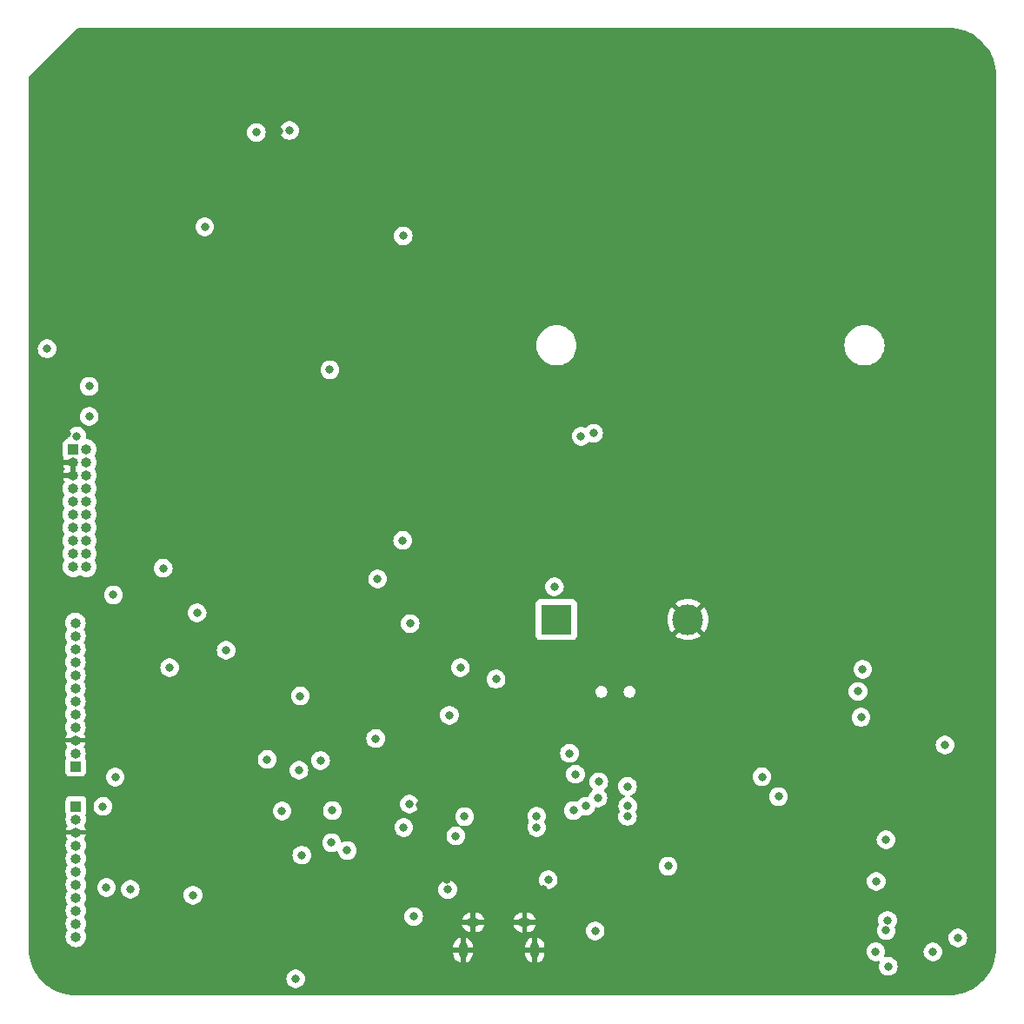
<source format=gbr>
%TF.GenerationSoftware,KiCad,Pcbnew,7.0.7*%
%TF.CreationDate,2023-11-17T10:09:11-08:00*%
%TF.ProjectId,Final_Project_Sutton_Yazzolino,46696e61-6c5f-4507-926f-6a6563745f53,rev?*%
%TF.SameCoordinates,Original*%
%TF.FileFunction,Copper,L2,Inr*%
%TF.FilePolarity,Positive*%
%FSLAX46Y46*%
G04 Gerber Fmt 4.6, Leading zero omitted, Abs format (unit mm)*
G04 Created by KiCad (PCBNEW 7.0.7) date 2023-11-17 10:09:11*
%MOMM*%
%LPD*%
G01*
G04 APERTURE LIST*
%TA.AperFunction,ComponentPad*%
%ADD10R,1.000000X1.000000*%
%TD*%
%TA.AperFunction,ComponentPad*%
%ADD11O,1.000000X1.000000*%
%TD*%
%TA.AperFunction,ComponentPad*%
%ADD12O,1.250000X0.950000*%
%TD*%
%TA.AperFunction,ComponentPad*%
%ADD13O,0.890000X1.550000*%
%TD*%
%TA.AperFunction,ComponentPad*%
%ADD14R,3.000000X3.000000*%
%TD*%
%TA.AperFunction,ComponentPad*%
%ADD15C,3.000000*%
%TD*%
%TA.AperFunction,ViaPad*%
%ADD16C,0.800000*%
%TD*%
G04 APERTURE END LIST*
D10*
%TO.N,+3.3V*%
%TO.C,WifiModule1*%
X104950000Y-122295000D03*
D11*
%TO.N,unconnected-(WifiModule1-3V-Pad2)*%
X104950000Y-121025000D03*
%TO.N,GND*%
X104950000Y-119755000D03*
%TO.N,/SPI-CLK*%
X104950000Y-118485000D03*
%TO.N,/SPI_MISO*%
X104950000Y-117215000D03*
%TO.N,/SPI_MOSI*%
X104950000Y-115945000D03*
%TO.N,/Wifi_CS*%
X104950000Y-114675000D03*
%TO.N,/Wifi_BUSY*%
X104950000Y-113405000D03*
%TO.N,/reset*%
X104950000Y-112135000D03*
%TO.N,unconnected-(WifiModule1-GP0-Pad10)*%
X104950000Y-110865000D03*
%TO.N,/Wifi_RXI*%
X104950000Y-109595000D03*
%TO.N,/Wifi_TXO*%
X104950000Y-108325000D03*
%TD*%
D10*
%TO.N,+3.3V*%
%TO.C,LEDmodule1*%
X105000000Y-126190000D03*
D11*
%TO.N,unconnected-(LEDmodule1-3V-Pad2)*%
X105000000Y-127460000D03*
%TO.N,GND*%
X105000000Y-128730000D03*
%TO.N,/SPI-CLK*%
X105000000Y-130000000D03*
%TO.N,/SPI_MISO*%
X105000000Y-131270000D03*
%TO.N,/SPI_MOSI*%
X105000000Y-132540000D03*
%TO.N,/LED_TFTCS*%
X105000000Y-133810000D03*
%TO.N,/LEDreset*%
X105000000Y-135080000D03*
%TO.N,/LED_DC*%
X105000000Y-136350000D03*
%TO.N,unconnected-(LEDmodule1-SDCS-Pad10)*%
X105000000Y-137620000D03*
%TO.N,unconnected-(LEDmodule1-LIT-Pad11)*%
X105000000Y-138890000D03*
%TD*%
D10*
%TO.N,+3.3V*%
%TO.C,J3*%
X104730000Y-91430000D03*
D11*
%TO.N,/I2C-SWDIO*%
X106000000Y-91430000D03*
%TO.N,GND*%
X104730000Y-92700000D03*
%TO.N,/I2C-SWCLK*%
X106000000Y-92700000D03*
%TO.N,GND*%
X104730000Y-93970000D03*
%TO.N,unconnected-(J3-SWO{slash}TDO-Pad6)*%
X106000000Y-93970000D03*
%TO.N,unconnected-(J3-KEY-Pad7)*%
X104730000Y-95240000D03*
%TO.N,unconnected-(J3-NC{slash}TDI-Pad8)*%
X106000000Y-95240000D03*
%TO.N,Net-(J3-GNDDetect)*%
X104730000Y-96510000D03*
%TO.N,/reset*%
X106000000Y-96510000D03*
%TO.N,N/C*%
X104730000Y-97780000D03*
X106000000Y-97780000D03*
X104730000Y-99050000D03*
X106000000Y-99050000D03*
X104730000Y-100320000D03*
X106000000Y-100320000D03*
X104730000Y-101590000D03*
X106000000Y-101590000D03*
X104730000Y-102860000D03*
X106000000Y-102860000D03*
%TD*%
D12*
%TO.N,GND*%
%TO.C,J2*%
X148700000Y-137500000D03*
D13*
X149700000Y-140200000D03*
D12*
X143700000Y-137500000D03*
D13*
X142700000Y-140200000D03*
%TD*%
D14*
%TO.N,+BATT*%
%TO.C,BT1*%
X151800000Y-108000000D03*
D15*
%TO.N,GND*%
X164600000Y-108000000D03*
%TD*%
D16*
%TO.N,/SPI-CLK*%
X128825000Y-121725000D03*
X123625000Y-121625000D03*
%TO.N,+3.3V*%
X116400000Y-134850000D03*
%TO.N,GND*%
X181000000Y-126950000D03*
%TO.N,/I2C-CLK*%
X190900000Y-139000000D03*
%TO.N,GND*%
X171275000Y-129350000D03*
%TO.N,+3.3V*%
X162675000Y-132025000D03*
X113500000Y-103000000D03*
%TO.N,/Wifi_BUSY*%
X108650000Y-105600000D03*
%TO.N,/SD_CMD*%
X126850000Y-115450000D03*
X126725000Y-122675000D03*
X125075000Y-126650000D03*
%TO.N,/I2C-CLK*%
X106300000Y-85275000D03*
X102200000Y-81625000D03*
X142850000Y-127200000D03*
%TO.N,/SPI_MISO*%
X108825000Y-123350000D03*
X129900000Y-129725000D03*
%TO.N,+3.3V*%
X129975000Y-126600000D03*
%TO.N,GND*%
X131075000Y-144000000D03*
%TO.N,+3.3V*%
X137550000Y-108400000D03*
X119625000Y-111000000D03*
%TO.N,/PulseOx_RD*%
X155850000Y-125375000D03*
%TO.N,GND*%
X153800000Y-128863000D03*
%TO.N,+3.3V*%
X149875000Y-128250000D03*
%TO.N,/PulseOx_IRD*%
X155925000Y-123799500D03*
%TO.N,Net-(JP2-A)*%
X183912500Y-138289999D03*
%TO.N,Net-(JP1-A)*%
X182950000Y-133500000D03*
%TO.N,GND*%
X149575000Y-113900000D03*
%TO.N,Net-(LDO3.3V1-SS)*%
X181175000Y-115000000D03*
X189650000Y-120225000D03*
%TO.N,GND*%
X191750000Y-119850000D03*
%TO.N,Net-(LDO1.8V1-VO)*%
X173425000Y-125250000D03*
X171825000Y-123325000D03*
%TO.N,GND*%
X181925000Y-120650000D03*
X170825000Y-119025000D03*
%TO.N,+3.3V*%
X181475000Y-117525000D03*
X181625000Y-112850000D03*
%TO.N,GND*%
X190700000Y-113050000D03*
%TO.N,/PulseOx_INT*%
X184050000Y-137300000D03*
X183900000Y-129450000D03*
%TO.N,GND*%
X188875000Y-136625000D03*
%TO.N,/PulseOx_INT*%
X158725000Y-124250000D03*
X153650000Y-123075000D03*
%TO.N,GND*%
X183575000Y-124625000D03*
%TO.N,/TempSensor_INT*%
X188475000Y-140375000D03*
X182900000Y-140350000D03*
X158725000Y-127175000D03*
X153450000Y-126600000D03*
%TO.N,/TempSensor_ADDR*%
X154650000Y-126175000D03*
X158750000Y-126175000D03*
%TO.N,+3.3V*%
X184125000Y-141775000D03*
%TO.N,GND*%
X188450000Y-141750000D03*
%TO.N,/VDDA*%
X145925000Y-113800000D03*
%TO.N,+3.3V*%
X137480803Y-125972153D03*
%TO.N,GND*%
X138475000Y-126075000D03*
%TO.N,+3.3V*%
X141210377Y-134293389D03*
X137900000Y-136925000D03*
X155575000Y-138325000D03*
%TO.N,GND*%
X150525000Y-134300000D03*
%TO.N,+3.3V*%
X151000000Y-133350000D03*
%TO.N,GND*%
X131525000Y-83550000D03*
%TO.N,+3.3V*%
X129725000Y-83675000D03*
%TO.N,/VDDA*%
X134375000Y-104050000D03*
X136875000Y-70625000D03*
%TO.N,+3.3V*%
X136825000Y-100300000D03*
%TO.N,GND*%
X138750000Y-70475000D03*
X146600000Y-120200000D03*
%TO.N,/SPI_MOSI*%
X136925000Y-128250000D03*
%TO.N,/LED_TFTCS*%
X107975000Y-134100000D03*
X110300000Y-134275000D03*
%TO.N,/I2C-SWDIO*%
X153074799Y-121024799D03*
X155425000Y-89850000D03*
%TO.N,/I2C-SWCLK*%
X149875000Y-127150000D03*
X154200000Y-90150000D03*
%TO.N,+3.3V*%
X134200000Y-119600000D03*
%TO.N,/reset*%
X142450000Y-112675000D03*
X114125000Y-112680500D03*
%TO.N,/SD_CMD*%
X142000000Y-129075000D03*
X141375000Y-117325000D03*
%TO.N,GND*%
X117025000Y-64100000D03*
X127950000Y-64275000D03*
%TO.N,/SPI-CLK*%
X116800000Y-107350000D03*
%TO.N,/SPI_MISO*%
X125796558Y-60373342D03*
%TO.N,/SPI_MOSI*%
X117550000Y-69750000D03*
%TO.N,GND*%
X117250000Y-55050000D03*
X127725000Y-55075000D03*
X124800000Y-60450000D03*
%TO.N,+3.3V*%
X122575000Y-60550000D03*
X131425000Y-130500000D03*
X127000000Y-130950000D03*
X105079099Y-90134970D03*
X106300000Y-88225000D03*
%TO.N,GND*%
X103350000Y-84275000D03*
X104101900Y-89925000D03*
X106825000Y-119800000D03*
X107175000Y-128700000D03*
X127000000Y-135075000D03*
X132350000Y-135350000D03*
X141100000Y-133300000D03*
%TO.N,+3.3V*%
X107625000Y-126200000D03*
%TO.N,+BATT*%
X151600000Y-104800000D03*
X126400000Y-143000000D03*
%TD*%
%TA.AperFunction,Conductor*%
%TO.N,GND*%
G36*
X104625481Y-93011584D02*
G01*
X104701564Y-93025000D01*
X104701568Y-93025000D01*
X104758432Y-93025000D01*
X104758436Y-93025000D01*
X104834469Y-93011593D01*
X104903906Y-93019337D01*
X104958136Y-93063393D01*
X104979938Y-93129774D01*
X104980000Y-93133709D01*
X104980000Y-93536290D01*
X104960315Y-93603329D01*
X104907511Y-93649084D01*
X104838353Y-93659028D01*
X104834469Y-93658406D01*
X104758440Y-93645000D01*
X104758436Y-93645000D01*
X104701564Y-93645000D01*
X104701559Y-93645000D01*
X104625531Y-93658406D01*
X104556092Y-93650662D01*
X104501864Y-93606605D01*
X104480062Y-93540223D01*
X104480000Y-93536290D01*
X104480000Y-93133709D01*
X104499685Y-93066670D01*
X104552489Y-93020915D01*
X104621647Y-93010971D01*
X104625481Y-93011584D01*
G37*
%TD.AperFunction*%
%TA.AperFunction,Conductor*%
G36*
X190399846Y-50398957D02*
G01*
X190405199Y-50399426D01*
X190799315Y-50451312D01*
X190804631Y-50452250D01*
X191192713Y-50538286D01*
X191197924Y-50539681D01*
X191577043Y-50659217D01*
X191582100Y-50661057D01*
X191949371Y-50813185D01*
X191954249Y-50815459D01*
X192306850Y-50999012D01*
X192311528Y-51001714D01*
X192646782Y-51215293D01*
X192651215Y-51218397D01*
X192966569Y-51460377D01*
X192970714Y-51463856D01*
X193263789Y-51732409D01*
X193267590Y-51736210D01*
X193390426Y-51870262D01*
X193536143Y-52029285D01*
X193539622Y-52033430D01*
X193781602Y-52348784D01*
X193784706Y-52353217D01*
X193998285Y-52688471D01*
X194000991Y-52693157D01*
X194182644Y-53042109D01*
X194184531Y-53045732D01*
X194186818Y-53050637D01*
X194338937Y-53417886D01*
X194340783Y-53422960D01*
X194460313Y-53802059D01*
X194461713Y-53807286D01*
X194547749Y-54195368D01*
X194548689Y-54200697D01*
X194600571Y-54594783D01*
X194601043Y-54600174D01*
X194618500Y-54999999D01*
X194618500Y-140000000D01*
X194601043Y-140399825D01*
X194600571Y-140405216D01*
X194548689Y-140799302D01*
X194547749Y-140804631D01*
X194461713Y-141192713D01*
X194460313Y-141197940D01*
X194340783Y-141577039D01*
X194338934Y-141582120D01*
X194337712Y-141585072D01*
X194186818Y-141949362D01*
X194184531Y-141954267D01*
X194000991Y-142306842D01*
X193998285Y-142311528D01*
X193784706Y-142646782D01*
X193781602Y-142651215D01*
X193539622Y-142966569D01*
X193536143Y-142970714D01*
X193267603Y-143263776D01*
X193263776Y-143267603D01*
X192970714Y-143536143D01*
X192966569Y-143539622D01*
X192651215Y-143781602D01*
X192646782Y-143784706D01*
X192311528Y-143998285D01*
X192306842Y-144000991D01*
X191954267Y-144184531D01*
X191949362Y-144186818D01*
X191582124Y-144338933D01*
X191577039Y-144340783D01*
X191197940Y-144460313D01*
X191192713Y-144461713D01*
X190804631Y-144547749D01*
X190799302Y-144548689D01*
X190405216Y-144600571D01*
X190399825Y-144601043D01*
X190000000Y-144618500D01*
X105000000Y-144618500D01*
X104600174Y-144601043D01*
X104594783Y-144600571D01*
X104200697Y-144548689D01*
X104195368Y-144547749D01*
X103807286Y-144461713D01*
X103802059Y-144460313D01*
X103422960Y-144340783D01*
X103417886Y-144338937D01*
X103050637Y-144186818D01*
X103045740Y-144184535D01*
X102693157Y-144000991D01*
X102688471Y-143998285D01*
X102353217Y-143784706D01*
X102348784Y-143781602D01*
X102214896Y-143678866D01*
X102033428Y-143539621D01*
X102029285Y-143536143D01*
X101849661Y-143371549D01*
X101736210Y-143267590D01*
X101732409Y-143263789D01*
X101490691Y-143000000D01*
X125486496Y-143000000D01*
X125506458Y-143189928D01*
X125506459Y-143189931D01*
X125565470Y-143371549D01*
X125565473Y-143371556D01*
X125660960Y-143536944D01*
X125788747Y-143678866D01*
X125943248Y-143791118D01*
X126117712Y-143868794D01*
X126304513Y-143908500D01*
X126495487Y-143908500D01*
X126682288Y-143868794D01*
X126856752Y-143791118D01*
X127011253Y-143678866D01*
X127139040Y-143536944D01*
X127234527Y-143371556D01*
X127293542Y-143189928D01*
X127313504Y-143000000D01*
X127293542Y-142810072D01*
X127234527Y-142628444D01*
X127139040Y-142463056D01*
X127011253Y-142321134D01*
X126856752Y-142208882D01*
X126682288Y-142131206D01*
X126682286Y-142131205D01*
X126495487Y-142091500D01*
X126304513Y-142091500D01*
X126117714Y-142131205D01*
X125943246Y-142208883D01*
X125788745Y-142321135D01*
X125660959Y-142463057D01*
X125565473Y-142628443D01*
X125565470Y-142628450D01*
X125523681Y-142757065D01*
X125506458Y-142810072D01*
X125486496Y-143000000D01*
X101490691Y-143000000D01*
X101463856Y-142970714D01*
X101460377Y-142966569D01*
X101340292Y-142810072D01*
X101218393Y-142651210D01*
X101215293Y-142646782D01*
X101001714Y-142311528D01*
X100999008Y-142306842D01*
X100815459Y-141954249D01*
X100813181Y-141949362D01*
X100661057Y-141582100D01*
X100659216Y-141577039D01*
X100539681Y-141197924D01*
X100538286Y-141192713D01*
X100452250Y-140804631D01*
X100451312Y-140799315D01*
X100422165Y-140577921D01*
X141755000Y-140577921D01*
X141769570Y-140721209D01*
X141827103Y-140904579D01*
X141827108Y-140904589D01*
X141920380Y-141072633D01*
X141920380Y-141072634D01*
X142045567Y-141218460D01*
X142045568Y-141218461D01*
X142197548Y-141336102D01*
X142197552Y-141336104D01*
X142370107Y-141420746D01*
X142450000Y-141441430D01*
X142450000Y-140881264D01*
X142469685Y-140814225D01*
X142522489Y-140768470D01*
X142591647Y-140758526D01*
X142598192Y-140759647D01*
X142699999Y-140779898D01*
X142700000Y-140779898D01*
X142700001Y-140779898D01*
X142801808Y-140759647D01*
X142871400Y-140765874D01*
X142926577Y-140808737D01*
X142949822Y-140874627D01*
X142950000Y-140881264D01*
X142950000Y-141445137D01*
X143118314Y-141382801D01*
X143118323Y-141382797D01*
X143281419Y-141281140D01*
X143281424Y-141281135D01*
X143420720Y-141148725D01*
X143530518Y-140990974D01*
X143606310Y-140814357D01*
X143645000Y-140626097D01*
X143645000Y-140577921D01*
X148755000Y-140577921D01*
X148769570Y-140721209D01*
X148827103Y-140904579D01*
X148827108Y-140904589D01*
X148920380Y-141072633D01*
X148920380Y-141072634D01*
X149045567Y-141218460D01*
X149045568Y-141218461D01*
X149197548Y-141336102D01*
X149197552Y-141336104D01*
X149370107Y-141420746D01*
X149450000Y-141441430D01*
X149450000Y-140881264D01*
X149469685Y-140814225D01*
X149522489Y-140768470D01*
X149591647Y-140758526D01*
X149598192Y-140759647D01*
X149699999Y-140779898D01*
X149700000Y-140779898D01*
X149700001Y-140779898D01*
X149801808Y-140759647D01*
X149871400Y-140765874D01*
X149926577Y-140808737D01*
X149949822Y-140874627D01*
X149950000Y-140881264D01*
X149950000Y-141445137D01*
X150118314Y-141382801D01*
X150118323Y-141382797D01*
X150281419Y-141281140D01*
X150281424Y-141281135D01*
X150420720Y-141148725D01*
X150530518Y-140990974D01*
X150606310Y-140814357D01*
X150645000Y-140626097D01*
X150645000Y-140450000D01*
X150074000Y-140450000D01*
X150006961Y-140430315D01*
X149961206Y-140377511D01*
X149955221Y-140350000D01*
X181986496Y-140350000D01*
X182006458Y-140539928D01*
X182006459Y-140539931D01*
X182065470Y-140721549D01*
X182065473Y-140721556D01*
X182160960Y-140886944D01*
X182288747Y-141028866D01*
X182443248Y-141141118D01*
X182617712Y-141218794D01*
X182804513Y-141258500D01*
X182995487Y-141258500D01*
X183154705Y-141224657D01*
X183224372Y-141229973D01*
X183280106Y-141272110D01*
X183304211Y-141337690D01*
X183291097Y-141396616D01*
X183293114Y-141397514D01*
X183290470Y-141403450D01*
X183247126Y-141536850D01*
X183231458Y-141585072D01*
X183211496Y-141775000D01*
X183231458Y-141964928D01*
X183231459Y-141964931D01*
X183290470Y-142146549D01*
X183290473Y-142146556D01*
X183385960Y-142311944D01*
X183513747Y-142453866D01*
X183668248Y-142566118D01*
X183842712Y-142643794D01*
X184029513Y-142683500D01*
X184220487Y-142683500D01*
X184407288Y-142643794D01*
X184581752Y-142566118D01*
X184736253Y-142453866D01*
X184864040Y-142311944D01*
X184959527Y-142146556D01*
X185018542Y-141964928D01*
X185038504Y-141775000D01*
X185018542Y-141585072D01*
X184959527Y-141403444D01*
X184864040Y-141238056D01*
X184736253Y-141096134D01*
X184581752Y-140983882D01*
X184407288Y-140906206D01*
X184407286Y-140906205D01*
X184220487Y-140866500D01*
X184029513Y-140866500D01*
X184029512Y-140866500D01*
X183870293Y-140900342D01*
X183800626Y-140895026D01*
X183744893Y-140852888D01*
X183720788Y-140787308D01*
X183733900Y-140728383D01*
X183731886Y-140727486D01*
X183734522Y-140721564D01*
X183734527Y-140721556D01*
X183793542Y-140539928D01*
X183810876Y-140375000D01*
X187561496Y-140375000D01*
X187581458Y-140564928D01*
X187581459Y-140564931D01*
X187640470Y-140746549D01*
X187640473Y-140746556D01*
X187735960Y-140911944D01*
X187863747Y-141053866D01*
X188018248Y-141166118D01*
X188192712Y-141243794D01*
X188379513Y-141283500D01*
X188570487Y-141283500D01*
X188757288Y-141243794D01*
X188931752Y-141166118D01*
X189086253Y-141053866D01*
X189214040Y-140911944D01*
X189309527Y-140746556D01*
X189368542Y-140564928D01*
X189388504Y-140375000D01*
X189368542Y-140185072D01*
X189309527Y-140003444D01*
X189214040Y-139838056D01*
X189086253Y-139696134D01*
X188931752Y-139583882D01*
X188757288Y-139506206D01*
X188757286Y-139506205D01*
X188570487Y-139466500D01*
X188379513Y-139466500D01*
X188192714Y-139506205D01*
X188018246Y-139583883D01*
X187863745Y-139696135D01*
X187735959Y-139838057D01*
X187640473Y-140003443D01*
X187640470Y-140003450D01*
X187589582Y-140160068D01*
X187581458Y-140185072D01*
X187561496Y-140375000D01*
X183810876Y-140375000D01*
X183813504Y-140350000D01*
X183793542Y-140160072D01*
X183734527Y-139978444D01*
X183639040Y-139813056D01*
X183518213Y-139678864D01*
X183511254Y-139671135D01*
X183468887Y-139640353D01*
X183356752Y-139558882D01*
X183182288Y-139481206D01*
X183182286Y-139481205D01*
X182995487Y-139441500D01*
X182804513Y-139441500D01*
X182617714Y-139481205D01*
X182443246Y-139558883D01*
X182288745Y-139671135D01*
X182160959Y-139813057D01*
X182065473Y-139978443D01*
X182065470Y-139978450D01*
X182006459Y-140160068D01*
X182006458Y-140160072D01*
X181986496Y-140350000D01*
X149955221Y-140350000D01*
X149950000Y-140326000D01*
X149950000Y-140074000D01*
X149969685Y-140006961D01*
X150022489Y-139961206D01*
X150074000Y-139950000D01*
X150645000Y-139950000D01*
X150645000Y-139822078D01*
X150630429Y-139678790D01*
X150572896Y-139495420D01*
X150572891Y-139495410D01*
X150479619Y-139327366D01*
X150479619Y-139327365D01*
X150354432Y-139181539D01*
X150354431Y-139181538D01*
X150202451Y-139063897D01*
X150202447Y-139063895D01*
X150029893Y-138979254D01*
X149950000Y-138958567D01*
X149950000Y-139518735D01*
X149930315Y-139585774D01*
X149877511Y-139631529D01*
X149808353Y-139641473D01*
X149801809Y-139640353D01*
X149700000Y-139620102D01*
X149598191Y-139640353D01*
X149528599Y-139634125D01*
X149473422Y-139591261D01*
X149450178Y-139525371D01*
X149450000Y-139518735D01*
X149450000Y-138954861D01*
X149449999Y-138954861D01*
X149281685Y-139017198D01*
X149281676Y-139017202D01*
X149118580Y-139118859D01*
X149118575Y-139118864D01*
X148979279Y-139251274D01*
X148869481Y-139409025D01*
X148793689Y-139585642D01*
X148755000Y-139773902D01*
X148755000Y-139950000D01*
X149326000Y-139950000D01*
X149393039Y-139969685D01*
X149438794Y-140022489D01*
X149450000Y-140074000D01*
X149450000Y-140326000D01*
X149430315Y-140393039D01*
X149377511Y-140438794D01*
X149326000Y-140450000D01*
X148755000Y-140450000D01*
X148755000Y-140577921D01*
X143645000Y-140577921D01*
X143645000Y-140450000D01*
X143074000Y-140450000D01*
X143006961Y-140430315D01*
X142961206Y-140377511D01*
X142950000Y-140326000D01*
X142950000Y-140074000D01*
X142969685Y-140006961D01*
X143022489Y-139961206D01*
X143074000Y-139950000D01*
X143645000Y-139950000D01*
X143645000Y-139822078D01*
X143630429Y-139678790D01*
X143572896Y-139495420D01*
X143572891Y-139495410D01*
X143479619Y-139327366D01*
X143479619Y-139327365D01*
X143354432Y-139181539D01*
X143354431Y-139181538D01*
X143202451Y-139063897D01*
X143202447Y-139063895D01*
X143029893Y-138979254D01*
X142950000Y-138958567D01*
X142950000Y-139518735D01*
X142930315Y-139585774D01*
X142877511Y-139631529D01*
X142808353Y-139641473D01*
X142801809Y-139640353D01*
X142700000Y-139620102D01*
X142598191Y-139640353D01*
X142528599Y-139634125D01*
X142473422Y-139591261D01*
X142450178Y-139525371D01*
X142450000Y-139518735D01*
X142450000Y-138954861D01*
X142449999Y-138954861D01*
X142281685Y-139017198D01*
X142281676Y-139017202D01*
X142118580Y-139118859D01*
X142118575Y-139118864D01*
X141979279Y-139251274D01*
X141869481Y-139409025D01*
X141793689Y-139585642D01*
X141755000Y-139773902D01*
X141755000Y-139950000D01*
X142326000Y-139950000D01*
X142393039Y-139969685D01*
X142438794Y-140022489D01*
X142450000Y-140074000D01*
X142450000Y-140326000D01*
X142430315Y-140393039D01*
X142377511Y-140438794D01*
X142326000Y-140450000D01*
X141755000Y-140450000D01*
X141755000Y-140577921D01*
X100422165Y-140577921D01*
X100399426Y-140405199D01*
X100398957Y-140399846D01*
X100381500Y-140000000D01*
X100381500Y-139945149D01*
X100381500Y-138890000D01*
X103986620Y-138890000D01*
X104006091Y-139087699D01*
X104063760Y-139277808D01*
X104157401Y-139452998D01*
X104157405Y-139453005D01*
X104283431Y-139606568D01*
X104436994Y-139732594D01*
X104437001Y-139732598D01*
X104612191Y-139826239D01*
X104612193Y-139826239D01*
X104612196Y-139826241D01*
X104802299Y-139883908D01*
X104802298Y-139883908D01*
X104820024Y-139885653D01*
X105000000Y-139903380D01*
X105197701Y-139883908D01*
X105387804Y-139826241D01*
X105395593Y-139822078D01*
X105457884Y-139788782D01*
X105563004Y-139732595D01*
X105716568Y-139606568D01*
X105842595Y-139453004D01*
X105936241Y-139277804D01*
X105993908Y-139087701D01*
X106013380Y-138890000D01*
X105993908Y-138692299D01*
X105936241Y-138502196D01*
X105936239Y-138502193D01*
X105936239Y-138502191D01*
X105842600Y-138327004D01*
X105840525Y-138323899D01*
X105839936Y-138322021D01*
X105839724Y-138321623D01*
X105839799Y-138321582D01*
X105819642Y-138257224D01*
X105838121Y-138189842D01*
X105840525Y-138186101D01*
X105842589Y-138183010D01*
X105842595Y-138183004D01*
X105886924Y-138100071D01*
X105936239Y-138007808D01*
X105936239Y-138007807D01*
X105936241Y-138007804D01*
X105993908Y-137817701D01*
X106013380Y-137620000D01*
X105993908Y-137422299D01*
X105936241Y-137232196D01*
X105936239Y-137232193D01*
X105936239Y-137232191D01*
X105842600Y-137057004D01*
X105840525Y-137053899D01*
X105839936Y-137052021D01*
X105839724Y-137051623D01*
X105839799Y-137051582D01*
X105819642Y-136987224D01*
X105836706Y-136925000D01*
X136986496Y-136925000D01*
X137006458Y-137114928D01*
X137006459Y-137114931D01*
X137065470Y-137296549D01*
X137065473Y-137296556D01*
X137160960Y-137461944D01*
X137288747Y-137603866D01*
X137443248Y-137716118D01*
X137617712Y-137793794D01*
X137804513Y-137833500D01*
X137995487Y-137833500D01*
X138182288Y-137793794D01*
X138280651Y-137750000D01*
X142602869Y-137750000D01*
X142670122Y-137931591D01*
X142670126Y-137931598D01*
X142775019Y-138099883D01*
X142911633Y-138243601D01*
X142911635Y-138243602D01*
X143074390Y-138356884D01*
X143256615Y-138435082D01*
X143450000Y-138474823D01*
X143450000Y-137899000D01*
X143469685Y-137831961D01*
X143522489Y-137786206D01*
X143574000Y-137775000D01*
X143826000Y-137775000D01*
X143893039Y-137794685D01*
X143938794Y-137847489D01*
X143950000Y-137899000D01*
X143950000Y-138469858D01*
X144047279Y-138459967D01*
X144236471Y-138400607D01*
X144236486Y-138400600D01*
X144409856Y-138304372D01*
X144409861Y-138304369D01*
X144560315Y-138175208D01*
X144560317Y-138175207D01*
X144681693Y-138018402D01*
X144681695Y-138018398D01*
X144769022Y-137840370D01*
X144792420Y-137750000D01*
X147602869Y-137750000D01*
X147670122Y-137931591D01*
X147670126Y-137931598D01*
X147775019Y-138099883D01*
X147911633Y-138243601D01*
X147911635Y-138243602D01*
X148074390Y-138356884D01*
X148256615Y-138435082D01*
X148450000Y-138474823D01*
X148450000Y-137899000D01*
X148469685Y-137831961D01*
X148522489Y-137786206D01*
X148574000Y-137775000D01*
X148826000Y-137775000D01*
X148893039Y-137794685D01*
X148938794Y-137847489D01*
X148950000Y-137899000D01*
X148950000Y-138469858D01*
X149047279Y-138459967D01*
X149236471Y-138400607D01*
X149236486Y-138400600D01*
X149372691Y-138325000D01*
X154661496Y-138325000D01*
X154681458Y-138514928D01*
X154681459Y-138514931D01*
X154740470Y-138696549D01*
X154740473Y-138696556D01*
X154835960Y-138861944D01*
X154963747Y-139003866D01*
X155118248Y-139116118D01*
X155292712Y-139193794D01*
X155479513Y-139233500D01*
X155670487Y-139233500D01*
X155857288Y-139193794D01*
X156031752Y-139116118D01*
X156186253Y-139003866D01*
X156314040Y-138861944D01*
X156409527Y-138696556D01*
X156468542Y-138514928D01*
X156488504Y-138325000D01*
X156484825Y-138289999D01*
X182998996Y-138289999D01*
X183018958Y-138479927D01*
X183018959Y-138479930D01*
X183077970Y-138661548D01*
X183077973Y-138661555D01*
X183173460Y-138826943D01*
X183301247Y-138968865D01*
X183455748Y-139081117D01*
X183630212Y-139158793D01*
X183817013Y-139198499D01*
X184007987Y-139198499D01*
X184194788Y-139158793D01*
X184369252Y-139081117D01*
X184480900Y-139000000D01*
X189986496Y-139000000D01*
X190006458Y-139189928D01*
X190006459Y-139189931D01*
X190065470Y-139371549D01*
X190065473Y-139371556D01*
X190160960Y-139536944D01*
X190223650Y-139606568D01*
X190288678Y-139678790D01*
X190288747Y-139678866D01*
X190443248Y-139791118D01*
X190617712Y-139868794D01*
X190804513Y-139908500D01*
X190995487Y-139908500D01*
X191182288Y-139868794D01*
X191356752Y-139791118D01*
X191511253Y-139678866D01*
X191639040Y-139536944D01*
X191734527Y-139371556D01*
X191793542Y-139189928D01*
X191813504Y-139000000D01*
X191793542Y-138810072D01*
X191734527Y-138628444D01*
X191639040Y-138463056D01*
X191511253Y-138321134D01*
X191356752Y-138208882D01*
X191182288Y-138131206D01*
X191182286Y-138131205D01*
X190995487Y-138091500D01*
X190804513Y-138091500D01*
X190617714Y-138131205D01*
X190617711Y-138131206D01*
X190617712Y-138131206D01*
X190489306Y-138188376D01*
X190443246Y-138208883D01*
X190288745Y-138321135D01*
X190160959Y-138463057D01*
X190065473Y-138628443D01*
X190065470Y-138628450D01*
X190006459Y-138810068D01*
X190006458Y-138810072D01*
X189986496Y-139000000D01*
X184480900Y-139000000D01*
X184523753Y-138968865D01*
X184651540Y-138826943D01*
X184747027Y-138661555D01*
X184806042Y-138479927D01*
X184826004Y-138289999D01*
X184806042Y-138100071D01*
X184760832Y-137960929D01*
X184758837Y-137891088D01*
X184785228Y-137842203D01*
X184785222Y-137842199D01*
X184785258Y-137842149D01*
X184786613Y-137839638D01*
X184789040Y-137836944D01*
X184884527Y-137671556D01*
X184943542Y-137489928D01*
X184963504Y-137300000D01*
X184943542Y-137110072D01*
X184884527Y-136928444D01*
X184789040Y-136763056D01*
X184661253Y-136621134D01*
X184506752Y-136508882D01*
X184332288Y-136431206D01*
X184332286Y-136431205D01*
X184145487Y-136391500D01*
X183954513Y-136391500D01*
X183767714Y-136431205D01*
X183593246Y-136508883D01*
X183438745Y-136621135D01*
X183310959Y-136763057D01*
X183215473Y-136928443D01*
X183215470Y-136928450D01*
X183156459Y-137110068D01*
X183156458Y-137110072D01*
X183136496Y-137300000D01*
X183156458Y-137489928D01*
X183156459Y-137489931D01*
X183201668Y-137629069D01*
X183203663Y-137698910D01*
X183177272Y-137747794D01*
X183177279Y-137747799D01*
X183177245Y-137747845D01*
X183175890Y-137750356D01*
X183173461Y-137753053D01*
X183173457Y-137753058D01*
X183077973Y-137918442D01*
X183077970Y-137918449D01*
X183021743Y-138091500D01*
X183018958Y-138100071D01*
X182998996Y-138289999D01*
X156484825Y-138289999D01*
X156468542Y-138135072D01*
X156409527Y-137953444D01*
X156314040Y-137788056D01*
X156186253Y-137646134D01*
X156031752Y-137533882D01*
X155857288Y-137456206D01*
X155857286Y-137456205D01*
X155670487Y-137416500D01*
X155479513Y-137416500D01*
X155292714Y-137456205D01*
X155118246Y-137533883D01*
X154963745Y-137646135D01*
X154835959Y-137788057D01*
X154740473Y-137953443D01*
X154740470Y-137953450D01*
X154682714Y-138131205D01*
X154681458Y-138135072D01*
X154661496Y-138325000D01*
X149372691Y-138325000D01*
X149409856Y-138304372D01*
X149409861Y-138304369D01*
X149560315Y-138175208D01*
X149560317Y-138175207D01*
X149681693Y-138018402D01*
X149681695Y-138018398D01*
X149769022Y-137840370D01*
X149792420Y-137750000D01*
X149231755Y-137750000D01*
X149164716Y-137730315D01*
X149118961Y-137677511D01*
X149109017Y-137608353D01*
X149110137Y-137601809D01*
X149123648Y-137533883D01*
X149130388Y-137500000D01*
X149110137Y-137398190D01*
X149116365Y-137328599D01*
X149159229Y-137273422D01*
X149225119Y-137250178D01*
X149231755Y-137250000D01*
X149797130Y-137250000D01*
X149797130Y-137249999D01*
X149729877Y-137068408D01*
X149729873Y-137068401D01*
X149624980Y-136900116D01*
X149488366Y-136756398D01*
X149488364Y-136756397D01*
X149325609Y-136643115D01*
X149143384Y-136564917D01*
X148950000Y-136525175D01*
X148950000Y-137101000D01*
X148930315Y-137168039D01*
X148877511Y-137213794D01*
X148826000Y-137225000D01*
X148574000Y-137225000D01*
X148506961Y-137205315D01*
X148461206Y-137152511D01*
X148450000Y-137101000D01*
X148450000Y-136530140D01*
X148449999Y-136530140D01*
X148352716Y-136540034D01*
X148163528Y-136599392D01*
X148163513Y-136599399D01*
X147990143Y-136695627D01*
X147990138Y-136695630D01*
X147839684Y-136824791D01*
X147839682Y-136824792D01*
X147718306Y-136981597D01*
X147718304Y-136981601D01*
X147630977Y-137159629D01*
X147607579Y-137249999D01*
X147607580Y-137250000D01*
X148168245Y-137250000D01*
X148235284Y-137269685D01*
X148281039Y-137322489D01*
X148290983Y-137391647D01*
X148289864Y-137398183D01*
X148269612Y-137500000D01*
X148276351Y-137533882D01*
X148289863Y-137601809D01*
X148283635Y-137671401D01*
X148240771Y-137726578D01*
X148174881Y-137749822D01*
X148168245Y-137750000D01*
X147602869Y-137750000D01*
X144792420Y-137750000D01*
X144231755Y-137750000D01*
X144164716Y-137730315D01*
X144118961Y-137677511D01*
X144109017Y-137608353D01*
X144110137Y-137601809D01*
X144123648Y-137533883D01*
X144130388Y-137500000D01*
X144110137Y-137398190D01*
X144116365Y-137328599D01*
X144159229Y-137273422D01*
X144225119Y-137250178D01*
X144231755Y-137250000D01*
X144797130Y-137250000D01*
X144797130Y-137249999D01*
X144729877Y-137068408D01*
X144729873Y-137068401D01*
X144624980Y-136900116D01*
X144488366Y-136756398D01*
X144488364Y-136756397D01*
X144325609Y-136643115D01*
X144143384Y-136564917D01*
X143950000Y-136525175D01*
X143950000Y-137101000D01*
X143930315Y-137168039D01*
X143877511Y-137213794D01*
X143826000Y-137225000D01*
X143574000Y-137225000D01*
X143506961Y-137205315D01*
X143461206Y-137152511D01*
X143450000Y-137101000D01*
X143450000Y-136530140D01*
X143449999Y-136530140D01*
X143352716Y-136540034D01*
X143163528Y-136599392D01*
X143163513Y-136599399D01*
X142990143Y-136695627D01*
X142990138Y-136695630D01*
X142839684Y-136824791D01*
X142839682Y-136824792D01*
X142718306Y-136981597D01*
X142718304Y-136981601D01*
X142630977Y-137159629D01*
X142607579Y-137249999D01*
X142607580Y-137250000D01*
X143168245Y-137250000D01*
X143235284Y-137269685D01*
X143281039Y-137322489D01*
X143290983Y-137391647D01*
X143289864Y-137398183D01*
X143269612Y-137500000D01*
X143276351Y-137533882D01*
X143289863Y-137601809D01*
X143283635Y-137671401D01*
X143240771Y-137726578D01*
X143174881Y-137749822D01*
X143168245Y-137750000D01*
X142602869Y-137750000D01*
X138280651Y-137750000D01*
X138356752Y-137716118D01*
X138511253Y-137603866D01*
X138639040Y-137461944D01*
X138734527Y-137296556D01*
X138793542Y-137114928D01*
X138813504Y-136925000D01*
X138793542Y-136735072D01*
X138734527Y-136553444D01*
X138639040Y-136388056D01*
X138511253Y-136246134D01*
X138356752Y-136133882D01*
X138182288Y-136056206D01*
X138182286Y-136056205D01*
X137995487Y-136016500D01*
X137804513Y-136016500D01*
X137617714Y-136056205D01*
X137443246Y-136133883D01*
X137288745Y-136246135D01*
X137160959Y-136388057D01*
X137065473Y-136553443D01*
X137065470Y-136553450D01*
X137006459Y-136735068D01*
X137006458Y-136735072D01*
X136986496Y-136925000D01*
X105836706Y-136925000D01*
X105838121Y-136919842D01*
X105840525Y-136916101D01*
X105842589Y-136913010D01*
X105842595Y-136913004D01*
X105936241Y-136737804D01*
X105993908Y-136547701D01*
X106013380Y-136350000D01*
X105993908Y-136152299D01*
X105936241Y-135962196D01*
X105936239Y-135962193D01*
X105936239Y-135962191D01*
X105842596Y-135786997D01*
X105840518Y-135783887D01*
X105839930Y-135782010D01*
X105839724Y-135781624D01*
X105839797Y-135781584D01*
X105819642Y-135717209D01*
X105838129Y-135649829D01*
X105840529Y-135646094D01*
X105842585Y-135643015D01*
X105842595Y-135643004D01*
X105936241Y-135467804D01*
X105993908Y-135277701D01*
X106013380Y-135080000D01*
X105993908Y-134882299D01*
X105936241Y-134692196D01*
X105936239Y-134692193D01*
X105936239Y-134692191D01*
X105842600Y-134517004D01*
X105840525Y-134513899D01*
X105839936Y-134512021D01*
X105839724Y-134511623D01*
X105839799Y-134511582D01*
X105819642Y-134447224D01*
X105838121Y-134379842D01*
X105840525Y-134376101D01*
X105842589Y-134373010D01*
X105842595Y-134373004D01*
X105885151Y-134293388D01*
X105936239Y-134197808D01*
X105936239Y-134197807D01*
X105936241Y-134197804D01*
X105965909Y-134100000D01*
X107061496Y-134100000D01*
X107081458Y-134289928D01*
X107081459Y-134289931D01*
X107140470Y-134471549D01*
X107140473Y-134471556D01*
X107235960Y-134636944D01*
X107363747Y-134778866D01*
X107518248Y-134891118D01*
X107692712Y-134968794D01*
X107879513Y-135008500D01*
X108070487Y-135008500D01*
X108257288Y-134968794D01*
X108431752Y-134891118D01*
X108586253Y-134778866D01*
X108714040Y-134636944D01*
X108809527Y-134471556D01*
X108868542Y-134289928D01*
X108870111Y-134275000D01*
X109386496Y-134275000D01*
X109406458Y-134464928D01*
X109406459Y-134464931D01*
X109465470Y-134646549D01*
X109465473Y-134646556D01*
X109560960Y-134811944D01*
X109688747Y-134953866D01*
X109843248Y-135066118D01*
X110017712Y-135143794D01*
X110204513Y-135183500D01*
X110395487Y-135183500D01*
X110582288Y-135143794D01*
X110756752Y-135066118D01*
X110911253Y-134953866D01*
X111004774Y-134850000D01*
X115486496Y-134850000D01*
X115506458Y-135039928D01*
X115506459Y-135039931D01*
X115565470Y-135221549D01*
X115565473Y-135221556D01*
X115660960Y-135386944D01*
X115788747Y-135528866D01*
X115943248Y-135641118D01*
X116117712Y-135718794D01*
X116304513Y-135758500D01*
X116495487Y-135758500D01*
X116682288Y-135718794D01*
X116856752Y-135641118D01*
X117011253Y-135528866D01*
X117139040Y-135386944D01*
X117234527Y-135221556D01*
X117293542Y-135039928D01*
X117313504Y-134850000D01*
X117293542Y-134660072D01*
X117234527Y-134478444D01*
X117139040Y-134313056D01*
X117121332Y-134293389D01*
X140296873Y-134293389D01*
X140316835Y-134483317D01*
X140316836Y-134483320D01*
X140375847Y-134664938D01*
X140375850Y-134664945D01*
X140471337Y-134830333D01*
X140599124Y-134972255D01*
X140753625Y-135084507D01*
X140928089Y-135162183D01*
X141114890Y-135201889D01*
X141305864Y-135201889D01*
X141492665Y-135162183D01*
X141667129Y-135084507D01*
X141821630Y-134972255D01*
X141949417Y-134830333D01*
X142044904Y-134664945D01*
X142103919Y-134483317D01*
X142123881Y-134293389D01*
X142103919Y-134103461D01*
X142044904Y-133921833D01*
X141949417Y-133756445D01*
X141821630Y-133614523D01*
X141667129Y-133502271D01*
X141492665Y-133424595D01*
X141492663Y-133424594D01*
X141305864Y-133384889D01*
X141114890Y-133384889D01*
X140928091Y-133424594D01*
X140753623Y-133502272D01*
X140599122Y-133614524D01*
X140471336Y-133756446D01*
X140375850Y-133921832D01*
X140375847Y-133921839D01*
X140316836Y-134103457D01*
X140316835Y-134103461D01*
X140296873Y-134293389D01*
X117121332Y-134293389D01*
X117011253Y-134171134D01*
X116856752Y-134058882D01*
X116682288Y-133981206D01*
X116682286Y-133981205D01*
X116495487Y-133941500D01*
X116304513Y-133941500D01*
X116117714Y-133981205D01*
X115943246Y-134058883D01*
X115788745Y-134171135D01*
X115660959Y-134313057D01*
X115565473Y-134478443D01*
X115565470Y-134478450D01*
X115506459Y-134660068D01*
X115506458Y-134660072D01*
X115486496Y-134850000D01*
X111004774Y-134850000D01*
X111039040Y-134811944D01*
X111134527Y-134646556D01*
X111193542Y-134464928D01*
X111213504Y-134275000D01*
X111193542Y-134085072D01*
X111134527Y-133903444D01*
X111039040Y-133738056D01*
X110911253Y-133596134D01*
X110756752Y-133483882D01*
X110582288Y-133406206D01*
X110582286Y-133406205D01*
X110395487Y-133366500D01*
X110204513Y-133366500D01*
X110017714Y-133406205D01*
X109843246Y-133483883D01*
X109688745Y-133596135D01*
X109560959Y-133738057D01*
X109465473Y-133903443D01*
X109465470Y-133903450D01*
X109414967Y-134058883D01*
X109406458Y-134085072D01*
X109386496Y-134275000D01*
X108870111Y-134275000D01*
X108888504Y-134100000D01*
X108868542Y-133910072D01*
X108809527Y-133728444D01*
X108714040Y-133563056D01*
X108586253Y-133421134D01*
X108488346Y-133350000D01*
X150086496Y-133350000D01*
X150106458Y-133539928D01*
X150106459Y-133539931D01*
X150165470Y-133721549D01*
X150165473Y-133721556D01*
X150260960Y-133886944D01*
X150388747Y-134028866D01*
X150543248Y-134141118D01*
X150717712Y-134218794D01*
X150904513Y-134258500D01*
X151095487Y-134258500D01*
X151282288Y-134218794D01*
X151456752Y-134141118D01*
X151611253Y-134028866D01*
X151739040Y-133886944D01*
X151834527Y-133721556D01*
X151893542Y-133539928D01*
X151897739Y-133500000D01*
X182036496Y-133500000D01*
X182056458Y-133689928D01*
X182056459Y-133689931D01*
X182115470Y-133871549D01*
X182115473Y-133871556D01*
X182210960Y-134036944D01*
X182338747Y-134178866D01*
X182493248Y-134291118D01*
X182667712Y-134368794D01*
X182854513Y-134408500D01*
X183045487Y-134408500D01*
X183232288Y-134368794D01*
X183406752Y-134291118D01*
X183561253Y-134178866D01*
X183689040Y-134036944D01*
X183784527Y-133871556D01*
X183843542Y-133689928D01*
X183863504Y-133500000D01*
X183843542Y-133310072D01*
X183784527Y-133128444D01*
X183689040Y-132963056D01*
X183561253Y-132821134D01*
X183406752Y-132708882D01*
X183232288Y-132631206D01*
X183232286Y-132631205D01*
X183045487Y-132591500D01*
X182854513Y-132591500D01*
X182667714Y-132631205D01*
X182493246Y-132708883D01*
X182338745Y-132821135D01*
X182210959Y-132963057D01*
X182115473Y-133128443D01*
X182115470Y-133128450D01*
X182056844Y-133308883D01*
X182056458Y-133310072D01*
X182036496Y-133500000D01*
X151897739Y-133500000D01*
X151913504Y-133350000D01*
X151893542Y-133160072D01*
X151834527Y-132978444D01*
X151739040Y-132813056D01*
X151611253Y-132671134D01*
X151456752Y-132558882D01*
X151282288Y-132481206D01*
X151282286Y-132481205D01*
X151095487Y-132441500D01*
X150904513Y-132441500D01*
X150717714Y-132481205D01*
X150543246Y-132558883D01*
X150388745Y-132671135D01*
X150260959Y-132813057D01*
X150165473Y-132978443D01*
X150165470Y-132978450D01*
X150106459Y-133160068D01*
X150106458Y-133160072D01*
X150086496Y-133350000D01*
X108488346Y-133350000D01*
X108431752Y-133308882D01*
X108257288Y-133231206D01*
X108257286Y-133231205D01*
X108070487Y-133191500D01*
X107879513Y-133191500D01*
X107692714Y-133231205D01*
X107518246Y-133308883D01*
X107363745Y-133421135D01*
X107235959Y-133563057D01*
X107140473Y-133728443D01*
X107140470Y-133728450D01*
X107081459Y-133910068D01*
X107081458Y-133910072D01*
X107061496Y-134100000D01*
X105965909Y-134100000D01*
X105993908Y-134007701D01*
X106013380Y-133810000D01*
X105993908Y-133612299D01*
X105936241Y-133422196D01*
X105936239Y-133422193D01*
X105936239Y-133422191D01*
X105842600Y-133247004D01*
X105840525Y-133243899D01*
X105839936Y-133242021D01*
X105839724Y-133241623D01*
X105839799Y-133241582D01*
X105819642Y-133177224D01*
X105838121Y-133109842D01*
X105840525Y-133106101D01*
X105842589Y-133103010D01*
X105842595Y-133103004D01*
X105909174Y-132978444D01*
X105936239Y-132927808D01*
X105936239Y-132927807D01*
X105936241Y-132927804D01*
X105993908Y-132737701D01*
X106013380Y-132540000D01*
X105993908Y-132342299D01*
X105936241Y-132152196D01*
X105936239Y-132152193D01*
X105936239Y-132152191D01*
X105868254Y-132025000D01*
X161761496Y-132025000D01*
X161781458Y-132214928D01*
X161781459Y-132214931D01*
X161840470Y-132396549D01*
X161840473Y-132396556D01*
X161935960Y-132561944D01*
X162063747Y-132703866D01*
X162218248Y-132816118D01*
X162392712Y-132893794D01*
X162579513Y-132933500D01*
X162770487Y-132933500D01*
X162957288Y-132893794D01*
X163131752Y-132816118D01*
X163286253Y-132703866D01*
X163414040Y-132561944D01*
X163509527Y-132396556D01*
X163568542Y-132214928D01*
X163588504Y-132025000D01*
X163568542Y-131835072D01*
X163509527Y-131653444D01*
X163414040Y-131488056D01*
X163286253Y-131346134D01*
X163131752Y-131233882D01*
X162957288Y-131156206D01*
X162957286Y-131156205D01*
X162770487Y-131116500D01*
X162579513Y-131116500D01*
X162392714Y-131156205D01*
X162218246Y-131233883D01*
X162063745Y-131346135D01*
X161935959Y-131488057D01*
X161840473Y-131653443D01*
X161840470Y-131653450D01*
X161786747Y-131818794D01*
X161781458Y-131835072D01*
X161761496Y-132025000D01*
X105868254Y-132025000D01*
X105842600Y-131977004D01*
X105840525Y-131973899D01*
X105839936Y-131972021D01*
X105839724Y-131971623D01*
X105839799Y-131971582D01*
X105819642Y-131907224D01*
X105838121Y-131839842D01*
X105840525Y-131836101D01*
X105842589Y-131833010D01*
X105842595Y-131833004D01*
X105850191Y-131818794D01*
X105936239Y-131657808D01*
X105936239Y-131657807D01*
X105936241Y-131657804D01*
X105993908Y-131467701D01*
X106013380Y-131270000D01*
X105993908Y-131072299D01*
X105956809Y-130950000D01*
X126086496Y-130950000D01*
X126106458Y-131139928D01*
X126106459Y-131139931D01*
X126165470Y-131321549D01*
X126165473Y-131321556D01*
X126260960Y-131486944D01*
X126388747Y-131628866D01*
X126543248Y-131741118D01*
X126717712Y-131818794D01*
X126904513Y-131858500D01*
X127095487Y-131858500D01*
X127282288Y-131818794D01*
X127456752Y-131741118D01*
X127611253Y-131628866D01*
X127739040Y-131486944D01*
X127834527Y-131321556D01*
X127893542Y-131139928D01*
X127913504Y-130950000D01*
X127893542Y-130760072D01*
X127834527Y-130578444D01*
X127739040Y-130413056D01*
X127611253Y-130271134D01*
X127456752Y-130158882D01*
X127282288Y-130081206D01*
X127282286Y-130081205D01*
X127095487Y-130041500D01*
X126904513Y-130041500D01*
X126717714Y-130081205D01*
X126543246Y-130158883D01*
X126388745Y-130271135D01*
X126260959Y-130413057D01*
X126165473Y-130578443D01*
X126165470Y-130578450D01*
X126106459Y-130760068D01*
X126106458Y-130760072D01*
X126086496Y-130950000D01*
X105956809Y-130950000D01*
X105936241Y-130882196D01*
X105936239Y-130882193D01*
X105936239Y-130882191D01*
X105842600Y-130707004D01*
X105840525Y-130703899D01*
X105839936Y-130702021D01*
X105839724Y-130701623D01*
X105839799Y-130701582D01*
X105819642Y-130637224D01*
X105838121Y-130569842D01*
X105840525Y-130566101D01*
X105842589Y-130563010D01*
X105842595Y-130563004D01*
X105936241Y-130387804D01*
X105993908Y-130197701D01*
X106013380Y-130000000D01*
X105993908Y-129802299D01*
X105970460Y-129725000D01*
X128986496Y-129725000D01*
X129006458Y-129914928D01*
X129006459Y-129914931D01*
X129065470Y-130096549D01*
X129065473Y-130096556D01*
X129160960Y-130261944D01*
X129288747Y-130403866D01*
X129443248Y-130516118D01*
X129617712Y-130593794D01*
X129804513Y-130633500D01*
X129995487Y-130633500D01*
X130182283Y-130593795D01*
X130182282Y-130593795D01*
X130182288Y-130593794D01*
X130350284Y-130518997D01*
X130419530Y-130509714D01*
X130482807Y-130539342D01*
X130520020Y-130598477D01*
X130524035Y-130619309D01*
X130531458Y-130689928D01*
X130531459Y-130689931D01*
X130590470Y-130871549D01*
X130590473Y-130871556D01*
X130685960Y-131036944D01*
X130813747Y-131178866D01*
X130968248Y-131291118D01*
X131142712Y-131368794D01*
X131329513Y-131408500D01*
X131520487Y-131408500D01*
X131707288Y-131368794D01*
X131881752Y-131291118D01*
X132036253Y-131178866D01*
X132164040Y-131036944D01*
X132259527Y-130871556D01*
X132318542Y-130689928D01*
X132338504Y-130500000D01*
X132318542Y-130310072D01*
X132259664Y-130128866D01*
X132259529Y-130128450D01*
X132259528Y-130128449D01*
X132259527Y-130128444D01*
X132164040Y-129963056D01*
X132036253Y-129821134D01*
X131881752Y-129708882D01*
X131707288Y-129631206D01*
X131707286Y-129631205D01*
X131520487Y-129591500D01*
X131329513Y-129591500D01*
X131142714Y-129631205D01*
X130974718Y-129706001D01*
X130905468Y-129715285D01*
X130842191Y-129685656D01*
X130804979Y-129626521D01*
X130800964Y-129605694D01*
X130793542Y-129535072D01*
X130734527Y-129353444D01*
X130639040Y-129188056D01*
X130511253Y-129046134D01*
X130356752Y-128933882D01*
X130182288Y-128856206D01*
X130182286Y-128856205D01*
X129995487Y-128816500D01*
X129804513Y-128816500D01*
X129617714Y-128856205D01*
X129443246Y-128933883D01*
X129288745Y-129046135D01*
X129160959Y-129188057D01*
X129065473Y-129353443D01*
X129065470Y-129353450D01*
X129006459Y-129535068D01*
X129006458Y-129535072D01*
X128986496Y-129725000D01*
X105970460Y-129725000D01*
X105936241Y-129612196D01*
X105936239Y-129612193D01*
X105936239Y-129612191D01*
X105842596Y-129436997D01*
X105842594Y-129436994D01*
X105842240Y-129436563D01*
X105842125Y-129436292D01*
X105839209Y-129431928D01*
X105840036Y-129431374D01*
X105814928Y-129372252D01*
X105826720Y-129303385D01*
X105835002Y-129288993D01*
X105835499Y-129288249D01*
X105928347Y-129114541D01*
X105969160Y-128980000D01*
X105431955Y-128980000D01*
X105364916Y-128960315D01*
X105319161Y-128907511D01*
X105309217Y-128838353D01*
X105315431Y-128813595D01*
X105325000Y-128787306D01*
X105325000Y-128672694D01*
X105315432Y-128646407D01*
X105311002Y-128576681D01*
X105344973Y-128515625D01*
X105406560Y-128482628D01*
X105431955Y-128480000D01*
X105969160Y-128480000D01*
X105969160Y-128479999D01*
X105928347Y-128345458D01*
X105877324Y-128250000D01*
X136011496Y-128250000D01*
X136031458Y-128439928D01*
X136031459Y-128439931D01*
X136090470Y-128621549D01*
X136090473Y-128621556D01*
X136185960Y-128786944D01*
X136232249Y-128838353D01*
X136299512Y-128913057D01*
X136313747Y-128928866D01*
X136468248Y-129041118D01*
X136642712Y-129118794D01*
X136829513Y-129158500D01*
X137020487Y-129158500D01*
X137207288Y-129118794D01*
X137305651Y-129075000D01*
X141086496Y-129075000D01*
X141106458Y-129264928D01*
X141106459Y-129264931D01*
X141165470Y-129446549D01*
X141165473Y-129446556D01*
X141260960Y-129611944D01*
X141388747Y-129753866D01*
X141543248Y-129866118D01*
X141717712Y-129943794D01*
X141904513Y-129983500D01*
X142095487Y-129983500D01*
X142282288Y-129943794D01*
X142456752Y-129866118D01*
X142611253Y-129753866D01*
X142739040Y-129611944D01*
X142832539Y-129450000D01*
X182986496Y-129450000D01*
X183006458Y-129639928D01*
X183006459Y-129639931D01*
X183065470Y-129821549D01*
X183065473Y-129821556D01*
X183160960Y-129986944D01*
X183288747Y-130128866D01*
X183443248Y-130241118D01*
X183617712Y-130318794D01*
X183804513Y-130358500D01*
X183995487Y-130358500D01*
X184182288Y-130318794D01*
X184356752Y-130241118D01*
X184511253Y-130128866D01*
X184639040Y-129986944D01*
X184734527Y-129821556D01*
X184793542Y-129639928D01*
X184813504Y-129450000D01*
X184793542Y-129260072D01*
X184734527Y-129078444D01*
X184639040Y-128913056D01*
X184511253Y-128771134D01*
X184356752Y-128658882D01*
X184182288Y-128581206D01*
X184182286Y-128581205D01*
X183995487Y-128541500D01*
X183804513Y-128541500D01*
X183617714Y-128581205D01*
X183443246Y-128658883D01*
X183288745Y-128771135D01*
X183160959Y-128913057D01*
X183065473Y-129078443D01*
X183065470Y-129078450D01*
X183029857Y-129188057D01*
X183006458Y-129260072D01*
X182986496Y-129450000D01*
X142832539Y-129450000D01*
X142834527Y-129446556D01*
X142893542Y-129264928D01*
X142913504Y-129075000D01*
X142893542Y-128885072D01*
X142834527Y-128703444D01*
X142739040Y-128538056D01*
X142611253Y-128396134D01*
X142464352Y-128289403D01*
X142433968Y-128250000D01*
X148961496Y-128250000D01*
X148981458Y-128439928D01*
X148981459Y-128439931D01*
X149040470Y-128621549D01*
X149040473Y-128621556D01*
X149135960Y-128786944D01*
X149182249Y-128838353D01*
X149249512Y-128913057D01*
X149263747Y-128928866D01*
X149418248Y-129041118D01*
X149592712Y-129118794D01*
X149779513Y-129158500D01*
X149970487Y-129158500D01*
X150157288Y-129118794D01*
X150331752Y-129041118D01*
X150486253Y-128928866D01*
X150614040Y-128786944D01*
X150709527Y-128621556D01*
X150768542Y-128439928D01*
X150788504Y-128250000D01*
X150768542Y-128060072D01*
X150709664Y-127878865D01*
X150709529Y-127878450D01*
X150709528Y-127878449D01*
X150709527Y-127878444D01*
X150642296Y-127761997D01*
X150625824Y-127694100D01*
X150642296Y-127638003D01*
X150709527Y-127521556D01*
X150768542Y-127339928D01*
X150788504Y-127150000D01*
X150768542Y-126960072D01*
X150709527Y-126778444D01*
X150614040Y-126613056D01*
X150602284Y-126600000D01*
X152536496Y-126600000D01*
X152556458Y-126789928D01*
X152556459Y-126789931D01*
X152615470Y-126971549D01*
X152615473Y-126971556D01*
X152710960Y-127136944D01*
X152838747Y-127278866D01*
X152993248Y-127391118D01*
X153167712Y-127468794D01*
X153354513Y-127508500D01*
X153545487Y-127508500D01*
X153732288Y-127468794D01*
X153906752Y-127391118D01*
X154061253Y-127278866D01*
X154154774Y-127175000D01*
X157811496Y-127175000D01*
X157831458Y-127364928D01*
X157831459Y-127364931D01*
X157890470Y-127546549D01*
X157890473Y-127546556D01*
X157985960Y-127711944D01*
X158113747Y-127853866D01*
X158268248Y-127966118D01*
X158442712Y-128043794D01*
X158629513Y-128083500D01*
X158820487Y-128083500D01*
X159007288Y-128043794D01*
X159181752Y-127966118D01*
X159336253Y-127853866D01*
X159464040Y-127711944D01*
X159559527Y-127546556D01*
X159618542Y-127364928D01*
X159638504Y-127175000D01*
X159618542Y-126985072D01*
X159559527Y-126803444D01*
X159533665Y-126758650D01*
X159517192Y-126690750D01*
X159533664Y-126634651D01*
X159584527Y-126546556D01*
X159643542Y-126364928D01*
X159663504Y-126175000D01*
X159643542Y-125985072D01*
X159584527Y-125803444D01*
X159489040Y-125638056D01*
X159361253Y-125496134D01*
X159241163Y-125408883D01*
X159206751Y-125383881D01*
X159063750Y-125320213D01*
X159010513Y-125274963D01*
X159002925Y-125250000D01*
X172511496Y-125250000D01*
X172531458Y-125439928D01*
X172531459Y-125439931D01*
X172590470Y-125621549D01*
X172590473Y-125621556D01*
X172685960Y-125786944D01*
X172750733Y-125858882D01*
X172798508Y-125911942D01*
X172813747Y-125928866D01*
X172968248Y-126041118D01*
X173142712Y-126118794D01*
X173329513Y-126158500D01*
X173520487Y-126158500D01*
X173707288Y-126118794D01*
X173881752Y-126041118D01*
X174036253Y-125928866D01*
X174164040Y-125786944D01*
X174259527Y-125621556D01*
X174318542Y-125439928D01*
X174338504Y-125250000D01*
X174318542Y-125060072D01*
X174259527Y-124878444D01*
X174164040Y-124713056D01*
X174036253Y-124571134D01*
X173881752Y-124458882D01*
X173707288Y-124381206D01*
X173707286Y-124381205D01*
X173520487Y-124341500D01*
X173329513Y-124341500D01*
X173142714Y-124381205D01*
X172968246Y-124458883D01*
X172813745Y-124571135D01*
X172685959Y-124713057D01*
X172590473Y-124878443D01*
X172590470Y-124878450D01*
X172531459Y-125060068D01*
X172531458Y-125060072D01*
X172511496Y-125250000D01*
X159002925Y-125250000D01*
X158990192Y-125208114D01*
X159009237Y-125140890D01*
X159061603Y-125094635D01*
X159063648Y-125093700D01*
X159181752Y-125041118D01*
X159336253Y-124928866D01*
X159464040Y-124786944D01*
X159559527Y-124621556D01*
X159618542Y-124439928D01*
X159638504Y-124250000D01*
X159618542Y-124060072D01*
X159559527Y-123878444D01*
X159464040Y-123713056D01*
X159336253Y-123571134D01*
X159181752Y-123458882D01*
X159007288Y-123381206D01*
X159007286Y-123381205D01*
X158820487Y-123341500D01*
X158629513Y-123341500D01*
X158442714Y-123381205D01*
X158442711Y-123381206D01*
X158442712Y-123381206D01*
X158337739Y-123427943D01*
X158268246Y-123458883D01*
X158113745Y-123571135D01*
X157985959Y-123713057D01*
X157890473Y-123878443D01*
X157890470Y-123878450D01*
X157831459Y-124060068D01*
X157831458Y-124060072D01*
X157811496Y-124250000D01*
X157831458Y-124439928D01*
X157831459Y-124439931D01*
X157890470Y-124621549D01*
X157890473Y-124621556D01*
X157985960Y-124786944D01*
X158113747Y-124928866D01*
X158268248Y-125041118D01*
X158411248Y-125104785D01*
X158464485Y-125150035D01*
X158484807Y-125216885D01*
X158465762Y-125284108D01*
X158413396Y-125330364D01*
X158411249Y-125331344D01*
X158293248Y-125383881D01*
X158138745Y-125496135D01*
X158010959Y-125638057D01*
X157915473Y-125803443D01*
X157915470Y-125803450D01*
X157856459Y-125985068D01*
X157856458Y-125985072D01*
X157836496Y-126175000D01*
X157856458Y-126364928D01*
X157856459Y-126364931D01*
X157915470Y-126546549D01*
X157915472Y-126546553D01*
X157915473Y-126546556D01*
X157929903Y-126571549D01*
X157941335Y-126591350D01*
X157957806Y-126659250D01*
X157941334Y-126715348D01*
X157898277Y-126789928D01*
X157890472Y-126803446D01*
X157890470Y-126803450D01*
X157831459Y-126985068D01*
X157831458Y-126985072D01*
X157811496Y-127175000D01*
X154154774Y-127175000D01*
X154189040Y-127136944D01*
X154212534Y-127096251D01*
X154263100Y-127048036D01*
X154331707Y-127034812D01*
X154361268Y-127042583D01*
X154361528Y-127041785D01*
X154367712Y-127043794D01*
X154554513Y-127083500D01*
X154745487Y-127083500D01*
X154932288Y-127043794D01*
X155106752Y-126966118D01*
X155261253Y-126853866D01*
X155389040Y-126711944D01*
X155484527Y-126546556D01*
X155543542Y-126364928D01*
X155543542Y-126364927D01*
X155545550Y-126358748D01*
X155546812Y-126359158D01*
X155576636Y-126303921D01*
X155637800Y-126270146D01*
X155690512Y-126269896D01*
X155754513Y-126283500D01*
X155945487Y-126283500D01*
X156132288Y-126243794D01*
X156306752Y-126166118D01*
X156461253Y-126053866D01*
X156589040Y-125911944D01*
X156684527Y-125746556D01*
X156743542Y-125564928D01*
X156763504Y-125375000D01*
X156743542Y-125185072D01*
X156684527Y-125003444D01*
X156589040Y-124838056D01*
X156464527Y-124699770D01*
X156434297Y-124636778D01*
X156442922Y-124567443D01*
X156483789Y-124516482D01*
X156536253Y-124478366D01*
X156664040Y-124336444D01*
X156759527Y-124171056D01*
X156818542Y-123989428D01*
X156838504Y-123799500D01*
X156818542Y-123609572D01*
X156759527Y-123427944D01*
X156700092Y-123325000D01*
X170911496Y-123325000D01*
X170931458Y-123514928D01*
X170931459Y-123514931D01*
X170990470Y-123696549D01*
X170990473Y-123696556D01*
X171085960Y-123861944D01*
X171213747Y-124003866D01*
X171368248Y-124116118D01*
X171542712Y-124193794D01*
X171729513Y-124233500D01*
X171920487Y-124233500D01*
X172107288Y-124193794D01*
X172281752Y-124116118D01*
X172436253Y-124003866D01*
X172564040Y-123861944D01*
X172659527Y-123696556D01*
X172718542Y-123514928D01*
X172738504Y-123325000D01*
X172718542Y-123135072D01*
X172659527Y-122953444D01*
X172564040Y-122788056D01*
X172436253Y-122646134D01*
X172281752Y-122533882D01*
X172107288Y-122456206D01*
X172107286Y-122456205D01*
X171920487Y-122416500D01*
X171729513Y-122416500D01*
X171542714Y-122456205D01*
X171368246Y-122533883D01*
X171213745Y-122646135D01*
X171085959Y-122788057D01*
X170990473Y-122953443D01*
X170990470Y-122953450D01*
X170936149Y-123120634D01*
X170931458Y-123135072D01*
X170911496Y-123325000D01*
X156700092Y-123325000D01*
X156664040Y-123262556D01*
X156536253Y-123120634D01*
X156381752Y-123008382D01*
X156207288Y-122930706D01*
X156207286Y-122930705D01*
X156020487Y-122891000D01*
X155829513Y-122891000D01*
X155642714Y-122930705D01*
X155468246Y-123008383D01*
X155313745Y-123120635D01*
X155185959Y-123262557D01*
X155090473Y-123427943D01*
X155090470Y-123427950D01*
X155043947Y-123571134D01*
X155031458Y-123609572D01*
X155011496Y-123799500D01*
X155031458Y-123989428D01*
X155031459Y-123989431D01*
X155090470Y-124171049D01*
X155090473Y-124171056D01*
X155185960Y-124336444D01*
X155310472Y-124474729D01*
X155340702Y-124537719D01*
X155332077Y-124607054D01*
X155291209Y-124658017D01*
X155238746Y-124696134D01*
X155110959Y-124838057D01*
X155015473Y-125003443D01*
X155015470Y-125003450D01*
X154954450Y-125191252D01*
X154953188Y-125190842D01*
X154923361Y-125246081D01*
X154862196Y-125279854D01*
X154809489Y-125280104D01*
X154799278Y-125277933D01*
X154745487Y-125266500D01*
X154554513Y-125266500D01*
X154367714Y-125306205D01*
X154321594Y-125326739D01*
X154213198Y-125375000D01*
X154193246Y-125383883D01*
X154038745Y-125496135D01*
X153910959Y-125638057D01*
X153887464Y-125678750D01*
X153836896Y-125726965D01*
X153768289Y-125740186D01*
X153738726Y-125732417D01*
X153738468Y-125733214D01*
X153732286Y-125731205D01*
X153545487Y-125691500D01*
X153354513Y-125691500D01*
X153167714Y-125731205D01*
X152993246Y-125808883D01*
X152838745Y-125921135D01*
X152710959Y-126063057D01*
X152615473Y-126228443D01*
X152615470Y-126228450D01*
X152556844Y-126408883D01*
X152556458Y-126410072D01*
X152536496Y-126600000D01*
X150602284Y-126600000D01*
X150486253Y-126471134D01*
X150331752Y-126358882D01*
X150157288Y-126281206D01*
X150157286Y-126281205D01*
X149970487Y-126241500D01*
X149779513Y-126241500D01*
X149592714Y-126281205D01*
X149418246Y-126358883D01*
X149263745Y-126471135D01*
X149135959Y-126613057D01*
X149040473Y-126778443D01*
X149040470Y-126778450D01*
X148987622Y-126941101D01*
X148981458Y-126960072D01*
X148961496Y-127150000D01*
X148981458Y-127339928D01*
X148981459Y-127339931D01*
X149040470Y-127521549D01*
X149040473Y-127521556D01*
X149107702Y-127638000D01*
X149124175Y-127705900D01*
X149107702Y-127762000D01*
X149040473Y-127878443D01*
X149040470Y-127878450D01*
X148986747Y-128043794D01*
X148981458Y-128060072D01*
X148961496Y-128250000D01*
X142433968Y-128250000D01*
X142421688Y-128234075D01*
X142415709Y-128164462D01*
X142448315Y-128102667D01*
X142509154Y-128068309D01*
X142563020Y-128067797D01*
X142754513Y-128108500D01*
X142945487Y-128108500D01*
X143132288Y-128068794D01*
X143306752Y-127991118D01*
X143461253Y-127878866D01*
X143589040Y-127736944D01*
X143684527Y-127571556D01*
X143743542Y-127389928D01*
X143763504Y-127200000D01*
X143743542Y-127010072D01*
X143684527Y-126828444D01*
X143589040Y-126663056D01*
X143461253Y-126521134D01*
X143306752Y-126408882D01*
X143132288Y-126331206D01*
X143132286Y-126331205D01*
X142945487Y-126291500D01*
X142754513Y-126291500D01*
X142567714Y-126331205D01*
X142393246Y-126408883D01*
X142238745Y-126521135D01*
X142110959Y-126663057D01*
X142015473Y-126828443D01*
X142015470Y-126828450D01*
X141959874Y-126999559D01*
X141956458Y-127010072D01*
X141936496Y-127200000D01*
X141956458Y-127389928D01*
X141956459Y-127389931D01*
X142015470Y-127571549D01*
X142015473Y-127571556D01*
X142110960Y-127736944D01*
X142210779Y-127847804D01*
X142238746Y-127878865D01*
X142238748Y-127878867D01*
X142385645Y-127985594D01*
X142428311Y-128040924D01*
X142434290Y-128110537D01*
X142401684Y-128172332D01*
X142340845Y-128206690D01*
X142286979Y-128207202D01*
X142095487Y-128166500D01*
X141904513Y-128166500D01*
X141717714Y-128206205D01*
X141543246Y-128283883D01*
X141388745Y-128396135D01*
X141260959Y-128538057D01*
X141165473Y-128703443D01*
X141165470Y-128703450D01*
X141106459Y-128885068D01*
X141106458Y-128885072D01*
X141086496Y-129075000D01*
X137305651Y-129075000D01*
X137381752Y-129041118D01*
X137536253Y-128928866D01*
X137664040Y-128786944D01*
X137759527Y-128621556D01*
X137818542Y-128439928D01*
X137838504Y-128250000D01*
X137818542Y-128060072D01*
X137759664Y-127878865D01*
X137759529Y-127878450D01*
X137759528Y-127878449D01*
X137759527Y-127878444D01*
X137664040Y-127713056D01*
X137536253Y-127571134D01*
X137381752Y-127458882D01*
X137207288Y-127381206D01*
X137207286Y-127381205D01*
X137020487Y-127341500D01*
X136829513Y-127341500D01*
X136642714Y-127381205D01*
X136468246Y-127458883D01*
X136313745Y-127571135D01*
X136185959Y-127713057D01*
X136090473Y-127878443D01*
X136090470Y-127878450D01*
X136036747Y-128043794D01*
X136031458Y-128060072D01*
X136011496Y-128250000D01*
X105877324Y-128250000D01*
X105835493Y-128171740D01*
X105834991Y-128170989D01*
X105834848Y-128170535D01*
X105832622Y-128166369D01*
X105833412Y-128165946D01*
X105814114Y-128104311D01*
X105832600Y-128036932D01*
X105842241Y-128023435D01*
X105842595Y-128023004D01*
X105842596Y-128023000D01*
X105842599Y-128022998D01*
X105936239Y-127847808D01*
X105936239Y-127847807D01*
X105936241Y-127847804D01*
X105993908Y-127657701D01*
X106013380Y-127460000D01*
X105993908Y-127262299D01*
X105936241Y-127072196D01*
X105936239Y-127072193D01*
X105936237Y-127072185D01*
X105933909Y-127066564D01*
X105935475Y-127065915D01*
X105922892Y-127005451D01*
X105947225Y-126941098D01*
X105950889Y-126936204D01*
X105981601Y-126853864D01*
X106001987Y-126799207D01*
X106001988Y-126799204D01*
X106001989Y-126799201D01*
X106006349Y-126758650D01*
X106008499Y-126738654D01*
X106008500Y-126738637D01*
X106008500Y-126200000D01*
X106711496Y-126200000D01*
X106731458Y-126389928D01*
X106731459Y-126389931D01*
X106790470Y-126571549D01*
X106790473Y-126571556D01*
X106885960Y-126736944D01*
X107013747Y-126878866D01*
X107168248Y-126991118D01*
X107342712Y-127068794D01*
X107529513Y-127108500D01*
X107720487Y-127108500D01*
X107907288Y-127068794D01*
X108081752Y-126991118D01*
X108236253Y-126878866D01*
X108364040Y-126736944D01*
X108414237Y-126650000D01*
X124161496Y-126650000D01*
X124181458Y-126839928D01*
X124181459Y-126839931D01*
X124240470Y-127021549D01*
X124240473Y-127021556D01*
X124335960Y-127186944D01*
X124463747Y-127328866D01*
X124618248Y-127441118D01*
X124792712Y-127518794D01*
X124979513Y-127558500D01*
X125170487Y-127558500D01*
X125357288Y-127518794D01*
X125531752Y-127441118D01*
X125686253Y-127328866D01*
X125814040Y-127186944D01*
X125909527Y-127021556D01*
X125968542Y-126839928D01*
X125988504Y-126650000D01*
X125983249Y-126600000D01*
X129061496Y-126600000D01*
X129081458Y-126789928D01*
X129081459Y-126789931D01*
X129140470Y-126971549D01*
X129140473Y-126971556D01*
X129235960Y-127136944D01*
X129363747Y-127278866D01*
X129518248Y-127391118D01*
X129692712Y-127468794D01*
X129879513Y-127508500D01*
X130070487Y-127508500D01*
X130257288Y-127468794D01*
X130431752Y-127391118D01*
X130586253Y-127278866D01*
X130714040Y-127136944D01*
X130809527Y-126971556D01*
X130868542Y-126789928D01*
X130888504Y-126600000D01*
X130868542Y-126410072D01*
X130809527Y-126228444D01*
X130714040Y-126063056D01*
X130632191Y-125972153D01*
X136567299Y-125972153D01*
X136587261Y-126162081D01*
X136587262Y-126162084D01*
X136646273Y-126343702D01*
X136646276Y-126343709D01*
X136741763Y-126509097D01*
X136815824Y-126591350D01*
X136868631Y-126649999D01*
X136869550Y-126651019D01*
X137024051Y-126763271D01*
X137198515Y-126840947D01*
X137385316Y-126880653D01*
X137576290Y-126880653D01*
X137763091Y-126840947D01*
X137937555Y-126763271D01*
X138092056Y-126651019D01*
X138219843Y-126509097D01*
X138315330Y-126343709D01*
X138374345Y-126162081D01*
X138394307Y-125972153D01*
X138374345Y-125782225D01*
X138315330Y-125600597D01*
X138219843Y-125435209D01*
X138092056Y-125293287D01*
X137937555Y-125181035D01*
X137763091Y-125103359D01*
X137763089Y-125103358D01*
X137576290Y-125063653D01*
X137385316Y-125063653D01*
X137198517Y-125103358D01*
X137198514Y-125103359D01*
X137198515Y-125103359D01*
X137093679Y-125150035D01*
X137024049Y-125181036D01*
X136869548Y-125293288D01*
X136741762Y-125435210D01*
X136646276Y-125600596D01*
X136646273Y-125600603D01*
X136587592Y-125781205D01*
X136587261Y-125782225D01*
X136567299Y-125972153D01*
X130632191Y-125972153D01*
X130586253Y-125921134D01*
X130431752Y-125808882D01*
X130257288Y-125731206D01*
X130257286Y-125731205D01*
X130070487Y-125691500D01*
X129879513Y-125691500D01*
X129692714Y-125731205D01*
X129518246Y-125808883D01*
X129363745Y-125921135D01*
X129235959Y-126063057D01*
X129140473Y-126228443D01*
X129140470Y-126228450D01*
X129081844Y-126408883D01*
X129081458Y-126410072D01*
X129061496Y-126600000D01*
X125983249Y-126600000D01*
X125968542Y-126460072D01*
X125909527Y-126278444D01*
X125814040Y-126113056D01*
X125686253Y-125971134D01*
X125531752Y-125858882D01*
X125357288Y-125781206D01*
X125357286Y-125781205D01*
X125170487Y-125741500D01*
X124979513Y-125741500D01*
X124792714Y-125781205D01*
X124618246Y-125858883D01*
X124463745Y-125971135D01*
X124335959Y-126113057D01*
X124240473Y-126278443D01*
X124240470Y-126278450D01*
X124198090Y-126408883D01*
X124181458Y-126460072D01*
X124161496Y-126650000D01*
X108414237Y-126650000D01*
X108459527Y-126571556D01*
X108518542Y-126389928D01*
X108538504Y-126200000D01*
X108518542Y-126010072D01*
X108459527Y-125828444D01*
X108364040Y-125663056D01*
X108236253Y-125521134D01*
X108081752Y-125408882D01*
X107907288Y-125331206D01*
X107907286Y-125331205D01*
X107720487Y-125291500D01*
X107529513Y-125291500D01*
X107342714Y-125331205D01*
X107342711Y-125331206D01*
X107342712Y-125331206D01*
X107224402Y-125383881D01*
X107168246Y-125408883D01*
X107013745Y-125521135D01*
X106885959Y-125663057D01*
X106790473Y-125828443D01*
X106790470Y-125828450D01*
X106739582Y-125985068D01*
X106731458Y-126010072D01*
X106711496Y-126200000D01*
X106008500Y-126200000D01*
X106008500Y-125641362D01*
X106008499Y-125641345D01*
X106004117Y-125600596D01*
X106001989Y-125580799D01*
X105996070Y-125564931D01*
X105979522Y-125520564D01*
X105950889Y-125443796D01*
X105863261Y-125326739D01*
X105746204Y-125239111D01*
X105746203Y-125239110D01*
X105609203Y-125188011D01*
X105548654Y-125181500D01*
X105548638Y-125181500D01*
X104451362Y-125181500D01*
X104451345Y-125181500D01*
X104390797Y-125188011D01*
X104390795Y-125188011D01*
X104253795Y-125239111D01*
X104136739Y-125326739D01*
X104049111Y-125443795D01*
X103998011Y-125580795D01*
X103998011Y-125580797D01*
X103991500Y-125641345D01*
X103991500Y-126738654D01*
X103998011Y-126799202D01*
X103998011Y-126799204D01*
X104049111Y-126936206D01*
X104049112Y-126936207D01*
X104052776Y-126941101D01*
X104077193Y-127006566D01*
X104064558Y-127065930D01*
X104066091Y-127066565D01*
X104063763Y-127072184D01*
X104063759Y-127072194D01*
X104063759Y-127072196D01*
X104032574Y-127174999D01*
X104006091Y-127262302D01*
X103986620Y-127460000D01*
X104006091Y-127657699D01*
X104063760Y-127847808D01*
X104157403Y-128023002D01*
X104157404Y-128023003D01*
X104157761Y-128023438D01*
X104157876Y-128023709D01*
X104160791Y-128028072D01*
X104159963Y-128028624D01*
X104185072Y-128087749D01*
X104173278Y-128156616D01*
X104165016Y-128170977D01*
X104164510Y-128171733D01*
X104071652Y-128345458D01*
X104030839Y-128479999D01*
X104030840Y-128480000D01*
X104568045Y-128480000D01*
X104635084Y-128499685D01*
X104680839Y-128552489D01*
X104690783Y-128621647D01*
X104684568Y-128646404D01*
X104675000Y-128672694D01*
X104675000Y-128787306D01*
X104684567Y-128813592D01*
X104688998Y-128883319D01*
X104655027Y-128944375D01*
X104593440Y-128977372D01*
X104568045Y-128980000D01*
X104030840Y-128980000D01*
X104071652Y-129114541D01*
X104164510Y-129288266D01*
X104165016Y-129289023D01*
X104165158Y-129289479D01*
X104167378Y-129293631D01*
X104166590Y-129294052D01*
X104185886Y-129355703D01*
X104167392Y-129423081D01*
X104157768Y-129436552D01*
X104157413Y-129436984D01*
X104157401Y-129437002D01*
X104063760Y-129612191D01*
X104006091Y-129802300D01*
X103986620Y-129999999D01*
X104006091Y-130197699D01*
X104063760Y-130387808D01*
X104157404Y-130563004D01*
X104159483Y-130566115D01*
X104160070Y-130567991D01*
X104160276Y-130568376D01*
X104160203Y-130568415D01*
X104180357Y-130632794D01*
X104161869Y-130700173D01*
X104159483Y-130703885D01*
X104157404Y-130706995D01*
X104063760Y-130882191D01*
X104006091Y-131072300D01*
X103986620Y-131270000D01*
X104006091Y-131467699D01*
X104063760Y-131657808D01*
X104157404Y-131833004D01*
X104159483Y-131836115D01*
X104160070Y-131837991D01*
X104160276Y-131838376D01*
X104160203Y-131838415D01*
X104180357Y-131902794D01*
X104161869Y-131970173D01*
X104159483Y-131973885D01*
X104157404Y-131976995D01*
X104063760Y-132152191D01*
X104006091Y-132342300D01*
X103986620Y-132540000D01*
X104006091Y-132737699D01*
X104063760Y-132927808D01*
X104157404Y-133103004D01*
X104159483Y-133106115D01*
X104160070Y-133107991D01*
X104160276Y-133108376D01*
X104160203Y-133108415D01*
X104180357Y-133172794D01*
X104161869Y-133240173D01*
X104159483Y-133243885D01*
X104157404Y-133246995D01*
X104063760Y-133422191D01*
X104006091Y-133612300D01*
X103986620Y-133809999D01*
X104006091Y-134007699D01*
X104063760Y-134197808D01*
X104157404Y-134373004D01*
X104159483Y-134376115D01*
X104160070Y-134377991D01*
X104160276Y-134378376D01*
X104160203Y-134378415D01*
X104180357Y-134442794D01*
X104161869Y-134510173D01*
X104159483Y-134513885D01*
X104157404Y-134516995D01*
X104063760Y-134692191D01*
X104006091Y-134882300D01*
X103986620Y-135080000D01*
X104006091Y-135277699D01*
X104063760Y-135467808D01*
X104157404Y-135643004D01*
X104159475Y-135646103D01*
X104160061Y-135647975D01*
X104160276Y-135648377D01*
X104160199Y-135648417D01*
X104180357Y-135712779D01*
X104161876Y-135780160D01*
X104159487Y-135783878D01*
X104157406Y-135786992D01*
X104063760Y-135962191D01*
X104006091Y-136152300D01*
X103986620Y-136349999D01*
X104006091Y-136547699D01*
X104063760Y-136737808D01*
X104157404Y-136913004D01*
X104159483Y-136916115D01*
X104160070Y-136917991D01*
X104160276Y-136918376D01*
X104160203Y-136918415D01*
X104180357Y-136982794D01*
X104161869Y-137050173D01*
X104159483Y-137053885D01*
X104157404Y-137056995D01*
X104063760Y-137232191D01*
X104006091Y-137422300D01*
X103986620Y-137619999D01*
X104006091Y-137817699D01*
X104063760Y-138007808D01*
X104157404Y-138183004D01*
X104159483Y-138186115D01*
X104160070Y-138187991D01*
X104160276Y-138188376D01*
X104160203Y-138188415D01*
X104180357Y-138252794D01*
X104161869Y-138320173D01*
X104159483Y-138323885D01*
X104157404Y-138326995D01*
X104063760Y-138502191D01*
X104006091Y-138692300D01*
X103986620Y-138890000D01*
X100381500Y-138890000D01*
X100381500Y-123350000D01*
X107911496Y-123350000D01*
X107931458Y-123539928D01*
X107931459Y-123539931D01*
X107990470Y-123721549D01*
X107990473Y-123721556D01*
X108085960Y-123886944D01*
X108213747Y-124028866D01*
X108368248Y-124141118D01*
X108542712Y-124218794D01*
X108729513Y-124258500D01*
X108920487Y-124258500D01*
X109107288Y-124218794D01*
X109281752Y-124141118D01*
X109436253Y-124028866D01*
X109564040Y-123886944D01*
X109659527Y-123721556D01*
X109718542Y-123539928D01*
X109738504Y-123350000D01*
X109718542Y-123160072D01*
X109659527Y-122978444D01*
X109564040Y-122813056D01*
X109439734Y-122675000D01*
X125811496Y-122675000D01*
X125831458Y-122864928D01*
X125831459Y-122864931D01*
X125890470Y-123046549D01*
X125890473Y-123046556D01*
X125985960Y-123211944D01*
X126113747Y-123353866D01*
X126268248Y-123466118D01*
X126442712Y-123543794D01*
X126629513Y-123583500D01*
X126820487Y-123583500D01*
X127007288Y-123543794D01*
X127181752Y-123466118D01*
X127336253Y-123353866D01*
X127464040Y-123211944D01*
X127543105Y-123075000D01*
X152736496Y-123075000D01*
X152756458Y-123264928D01*
X152756459Y-123264931D01*
X152815470Y-123446549D01*
X152815473Y-123446556D01*
X152910960Y-123611944D01*
X153038747Y-123753866D01*
X153193248Y-123866118D01*
X153367712Y-123943794D01*
X153554513Y-123983500D01*
X153745487Y-123983500D01*
X153932288Y-123943794D01*
X154106752Y-123866118D01*
X154261253Y-123753866D01*
X154389040Y-123611944D01*
X154484527Y-123446556D01*
X154543542Y-123264928D01*
X154563504Y-123075000D01*
X154543542Y-122885072D01*
X154484527Y-122703444D01*
X154389040Y-122538056D01*
X154261253Y-122396134D01*
X154106752Y-122283882D01*
X153932288Y-122206206D01*
X153932286Y-122206205D01*
X153745487Y-122166500D01*
X153554513Y-122166500D01*
X153367714Y-122206205D01*
X153193246Y-122283883D01*
X153038745Y-122396135D01*
X152910959Y-122538057D01*
X152815473Y-122703443D01*
X152815470Y-122703450D01*
X152763003Y-122864928D01*
X152756458Y-122885072D01*
X152736496Y-123075000D01*
X127543105Y-123075000D01*
X127559527Y-123046556D01*
X127618542Y-122864928D01*
X127638504Y-122675000D01*
X127618542Y-122485072D01*
X127559664Y-122303866D01*
X127559529Y-122303450D01*
X127559528Y-122303449D01*
X127559527Y-122303444D01*
X127464040Y-122138056D01*
X127336253Y-121996134D01*
X127181752Y-121883882D01*
X127007288Y-121806206D01*
X127007286Y-121806205D01*
X126820487Y-121766500D01*
X126629513Y-121766500D01*
X126442714Y-121806205D01*
X126268246Y-121883883D01*
X126113745Y-121996135D01*
X125985959Y-122138057D01*
X125890473Y-122303443D01*
X125890470Y-122303450D01*
X125840837Y-122456206D01*
X125831458Y-122485072D01*
X125811496Y-122675000D01*
X109439734Y-122675000D01*
X109436253Y-122671134D01*
X109281752Y-122558882D01*
X109107288Y-122481206D01*
X109107286Y-122481205D01*
X108920487Y-122441500D01*
X108729513Y-122441500D01*
X108542714Y-122481205D01*
X108368246Y-122558883D01*
X108213745Y-122671135D01*
X108085959Y-122813057D01*
X107990473Y-122978443D01*
X107990470Y-122978450D01*
X107932046Y-123158261D01*
X107931458Y-123160072D01*
X107911496Y-123350000D01*
X100381500Y-123350000D01*
X100381500Y-121024999D01*
X103936620Y-121024999D01*
X103956091Y-121222699D01*
X104013762Y-121412814D01*
X104016091Y-121418436D01*
X104014521Y-121419086D01*
X104027110Y-121479534D01*
X104002779Y-121543895D01*
X103999115Y-121548789D01*
X103999114Y-121548792D01*
X103999111Y-121548796D01*
X103999109Y-121548799D01*
X103999110Y-121548799D01*
X103948011Y-121685795D01*
X103948011Y-121685797D01*
X103941500Y-121746345D01*
X103941500Y-122843654D01*
X103948011Y-122904202D01*
X103948011Y-122904204D01*
X103986869Y-123008382D01*
X103999111Y-123041204D01*
X104086739Y-123158261D01*
X104203796Y-123245889D01*
X104340799Y-123296989D01*
X104368050Y-123299918D01*
X104401345Y-123303499D01*
X104401362Y-123303500D01*
X105498638Y-123303500D01*
X105498654Y-123303499D01*
X105525692Y-123300591D01*
X105559201Y-123296989D01*
X105696204Y-123245889D01*
X105813261Y-123158261D01*
X105900889Y-123041204D01*
X105951989Y-122904201D01*
X105956211Y-122864928D01*
X105958499Y-122843654D01*
X105958500Y-122843637D01*
X105958500Y-121746362D01*
X105958499Y-121746345D01*
X105955157Y-121715270D01*
X105951989Y-121685799D01*
X105929312Y-121625000D01*
X122711496Y-121625000D01*
X122731458Y-121814928D01*
X122731459Y-121814931D01*
X122790470Y-121996549D01*
X122790473Y-121996556D01*
X122885960Y-122161944D01*
X123013747Y-122303866D01*
X123168248Y-122416118D01*
X123342712Y-122493794D01*
X123529513Y-122533500D01*
X123720487Y-122533500D01*
X123907288Y-122493794D01*
X124081752Y-122416118D01*
X124236253Y-122303866D01*
X124364040Y-122161944D01*
X124459527Y-121996556D01*
X124518542Y-121814928D01*
X124527994Y-121725000D01*
X127911496Y-121725000D01*
X127931458Y-121914928D01*
X127931459Y-121914931D01*
X127990470Y-122096549D01*
X127990473Y-122096556D01*
X128085960Y-122261944D01*
X128213747Y-122403866D01*
X128368248Y-122516118D01*
X128542712Y-122593794D01*
X128729513Y-122633500D01*
X128920487Y-122633500D01*
X129107288Y-122593794D01*
X129281752Y-122516118D01*
X129436253Y-122403866D01*
X129564040Y-122261944D01*
X129659527Y-122096556D01*
X129718542Y-121914928D01*
X129738504Y-121725000D01*
X129718542Y-121535072D01*
X129659527Y-121353444D01*
X129564040Y-121188056D01*
X129436253Y-121046134D01*
X129406888Y-121024799D01*
X152161295Y-121024799D01*
X152181257Y-121214727D01*
X152181258Y-121214730D01*
X152240269Y-121396348D01*
X152240272Y-121396355D01*
X152335759Y-121561743D01*
X152463546Y-121703665D01*
X152618047Y-121815917D01*
X152792511Y-121893593D01*
X152979312Y-121933299D01*
X153170286Y-121933299D01*
X153357087Y-121893593D01*
X153531551Y-121815917D01*
X153686052Y-121703665D01*
X153813839Y-121561743D01*
X153909326Y-121396355D01*
X153968341Y-121214727D01*
X153988303Y-121024799D01*
X153968341Y-120834871D01*
X153909326Y-120653243D01*
X153813839Y-120487855D01*
X153686052Y-120345933D01*
X153531551Y-120233681D01*
X153512053Y-120225000D01*
X188736496Y-120225000D01*
X188756458Y-120414928D01*
X188756459Y-120414931D01*
X188815470Y-120596549D01*
X188815473Y-120596556D01*
X188910960Y-120761944D01*
X189038747Y-120903866D01*
X189193248Y-121016118D01*
X189367712Y-121093794D01*
X189554513Y-121133500D01*
X189745487Y-121133500D01*
X189932288Y-121093794D01*
X190106752Y-121016118D01*
X190261253Y-120903866D01*
X190389040Y-120761944D01*
X190484527Y-120596556D01*
X190543542Y-120414928D01*
X190563504Y-120225000D01*
X190543542Y-120035072D01*
X190484527Y-119853444D01*
X190389040Y-119688056D01*
X190261253Y-119546134D01*
X190106752Y-119433882D01*
X189932288Y-119356206D01*
X189932286Y-119356205D01*
X189745487Y-119316500D01*
X189554513Y-119316500D01*
X189367714Y-119356205D01*
X189193246Y-119433883D01*
X189038745Y-119546135D01*
X188910959Y-119688057D01*
X188815473Y-119853443D01*
X188815470Y-119853450D01*
X188764078Y-120011620D01*
X188756458Y-120035072D01*
X188736496Y-120225000D01*
X153512053Y-120225000D01*
X153357087Y-120156005D01*
X153357085Y-120156004D01*
X153170286Y-120116299D01*
X152979312Y-120116299D01*
X152792513Y-120156004D01*
X152618045Y-120233682D01*
X152463544Y-120345934D01*
X152335758Y-120487856D01*
X152240272Y-120653242D01*
X152240269Y-120653249D01*
X152187226Y-120816500D01*
X152181257Y-120834871D01*
X152161295Y-121024799D01*
X129406888Y-121024799D01*
X129281752Y-120933882D01*
X129107288Y-120856206D01*
X129107286Y-120856205D01*
X128920487Y-120816500D01*
X128729513Y-120816500D01*
X128542714Y-120856205D01*
X128368246Y-120933883D01*
X128213745Y-121046135D01*
X128085959Y-121188057D01*
X127990473Y-121353443D01*
X127990470Y-121353450D01*
X127931459Y-121535068D01*
X127931458Y-121535072D01*
X127911496Y-121725000D01*
X124527994Y-121725000D01*
X124538504Y-121625000D01*
X124518542Y-121435072D01*
X124459527Y-121253444D01*
X124364040Y-121088056D01*
X124236253Y-120946134D01*
X124081752Y-120833882D01*
X123907288Y-120756206D01*
X123907286Y-120756205D01*
X123720487Y-120716500D01*
X123529513Y-120716500D01*
X123342714Y-120756205D01*
X123329824Y-120761944D01*
X123183032Y-120827300D01*
X123168246Y-120833883D01*
X123013745Y-120946135D01*
X122885959Y-121088057D01*
X122790473Y-121253443D01*
X122790470Y-121253450D01*
X122736863Y-121418436D01*
X122731458Y-121435072D01*
X122711496Y-121625000D01*
X105929312Y-121625000D01*
X105900889Y-121548796D01*
X105900888Y-121548793D01*
X105900887Y-121548792D01*
X105897224Y-121543899D01*
X105872806Y-121478435D01*
X105885450Y-121419070D01*
X105883910Y-121418432D01*
X105886238Y-121412811D01*
X105886238Y-121412807D01*
X105886241Y-121412804D01*
X105943908Y-121222701D01*
X105963380Y-121025000D01*
X105943908Y-120827299D01*
X105886241Y-120637196D01*
X105886239Y-120637193D01*
X105886239Y-120637191D01*
X105792596Y-120461997D01*
X105792594Y-120461994D01*
X105792240Y-120461563D01*
X105792125Y-120461292D01*
X105789209Y-120456928D01*
X105790036Y-120456374D01*
X105764928Y-120397252D01*
X105776720Y-120328385D01*
X105785002Y-120313993D01*
X105785499Y-120313249D01*
X105878347Y-120139541D01*
X105919160Y-120005000D01*
X105381955Y-120005000D01*
X105314916Y-119985315D01*
X105269161Y-119932511D01*
X105259217Y-119863353D01*
X105265431Y-119838595D01*
X105275000Y-119812306D01*
X105275000Y-119697694D01*
X105265432Y-119671407D01*
X105261002Y-119601681D01*
X105261937Y-119600000D01*
X133286496Y-119600000D01*
X133306458Y-119789928D01*
X133306459Y-119789931D01*
X133365470Y-119971549D01*
X133365473Y-119971556D01*
X133460960Y-120136944D01*
X133588747Y-120278866D01*
X133743248Y-120391118D01*
X133917712Y-120468794D01*
X134104513Y-120508500D01*
X134295487Y-120508500D01*
X134482288Y-120468794D01*
X134656752Y-120391118D01*
X134811253Y-120278866D01*
X134939040Y-120136944D01*
X135034527Y-119971556D01*
X135093542Y-119789928D01*
X135113504Y-119600000D01*
X135093542Y-119410072D01*
X135034527Y-119228444D01*
X134939040Y-119063056D01*
X134811253Y-118921134D01*
X134656752Y-118808882D01*
X134482288Y-118731206D01*
X134482286Y-118731205D01*
X134295487Y-118691500D01*
X134104513Y-118691500D01*
X133917714Y-118731205D01*
X133743246Y-118808883D01*
X133588745Y-118921135D01*
X133460959Y-119063057D01*
X133365473Y-119228443D01*
X133365470Y-119228450D01*
X133323960Y-119356206D01*
X133306458Y-119410072D01*
X133286496Y-119600000D01*
X105261937Y-119600000D01*
X105294973Y-119540625D01*
X105356560Y-119507628D01*
X105381955Y-119505000D01*
X105919160Y-119505000D01*
X105919160Y-119504999D01*
X105878347Y-119370458D01*
X105785493Y-119196740D01*
X105784991Y-119195989D01*
X105784848Y-119195535D01*
X105782622Y-119191369D01*
X105783412Y-119190946D01*
X105764114Y-119129311D01*
X105782600Y-119061932D01*
X105792241Y-119048435D01*
X105792595Y-119048004D01*
X105792596Y-119048000D01*
X105792599Y-119047998D01*
X105886239Y-118872808D01*
X105886239Y-118872807D01*
X105886241Y-118872804D01*
X105943908Y-118682701D01*
X105963380Y-118485000D01*
X105943908Y-118287299D01*
X105886241Y-118097196D01*
X105886239Y-118097193D01*
X105886239Y-118097191D01*
X105792600Y-117922004D01*
X105790525Y-117918899D01*
X105789936Y-117917021D01*
X105789724Y-117916623D01*
X105789799Y-117916582D01*
X105769642Y-117852224D01*
X105788121Y-117784842D01*
X105790525Y-117781101D01*
X105792589Y-117778010D01*
X105792595Y-117778004D01*
X105836134Y-117696549D01*
X105886239Y-117602808D01*
X105886239Y-117602807D01*
X105886241Y-117602804D01*
X105943908Y-117412701D01*
X105952546Y-117325000D01*
X140461496Y-117325000D01*
X140481458Y-117514928D01*
X140481459Y-117514931D01*
X140540470Y-117696549D01*
X140540473Y-117696556D01*
X140635960Y-117861944D01*
X140763747Y-118003866D01*
X140918248Y-118116118D01*
X141092712Y-118193794D01*
X141279513Y-118233500D01*
X141470487Y-118233500D01*
X141657288Y-118193794D01*
X141831752Y-118116118D01*
X141986253Y-118003866D01*
X142114040Y-117861944D01*
X142209527Y-117696556D01*
X142265269Y-117525000D01*
X180561496Y-117525000D01*
X180581458Y-117714928D01*
X180581459Y-117714931D01*
X180640470Y-117896549D01*
X180640473Y-117896556D01*
X180735960Y-118061944D01*
X180863747Y-118203866D01*
X181018248Y-118316118D01*
X181192712Y-118393794D01*
X181379513Y-118433500D01*
X181570487Y-118433500D01*
X181757288Y-118393794D01*
X181931752Y-118316118D01*
X182086253Y-118203866D01*
X182214040Y-118061944D01*
X182309527Y-117896556D01*
X182368542Y-117714928D01*
X182388504Y-117525000D01*
X182368542Y-117335072D01*
X182309527Y-117153444D01*
X182214040Y-116988056D01*
X182086253Y-116846134D01*
X181931752Y-116733882D01*
X181757288Y-116656206D01*
X181757286Y-116656205D01*
X181570487Y-116616500D01*
X181379513Y-116616500D01*
X181192714Y-116656205D01*
X181018246Y-116733883D01*
X180863745Y-116846135D01*
X180735959Y-116988057D01*
X180640473Y-117153443D01*
X180640470Y-117153450D01*
X180581459Y-117335068D01*
X180581458Y-117335072D01*
X180561496Y-117525000D01*
X142265269Y-117525000D01*
X142268542Y-117514928D01*
X142288504Y-117325000D01*
X142268542Y-117135072D01*
X142209527Y-116953444D01*
X142114040Y-116788056D01*
X141986253Y-116646134D01*
X141831752Y-116533882D01*
X141657288Y-116456206D01*
X141657286Y-116456205D01*
X141470487Y-116416500D01*
X141279513Y-116416500D01*
X141092714Y-116456205D01*
X141092711Y-116456206D01*
X141092712Y-116456206D01*
X140964306Y-116513376D01*
X140918246Y-116533883D01*
X140763745Y-116646135D01*
X140635959Y-116788057D01*
X140540473Y-116953443D01*
X140540470Y-116953450D01*
X140481459Y-117135068D01*
X140481458Y-117135072D01*
X140461496Y-117325000D01*
X105952546Y-117325000D01*
X105963380Y-117215000D01*
X105943908Y-117017299D01*
X105886241Y-116827196D01*
X105886239Y-116827193D01*
X105886239Y-116827191D01*
X105792600Y-116652004D01*
X105790525Y-116648899D01*
X105789936Y-116647021D01*
X105789724Y-116646623D01*
X105789799Y-116646582D01*
X105769642Y-116582224D01*
X105788121Y-116514842D01*
X105790525Y-116511101D01*
X105792589Y-116508010D01*
X105792595Y-116508004D01*
X105886241Y-116332804D01*
X105943908Y-116142701D01*
X105963380Y-115945000D01*
X105943908Y-115747299D01*
X105886241Y-115557196D01*
X105886239Y-115557193D01*
X105886239Y-115557191D01*
X105828944Y-115450000D01*
X125936496Y-115450000D01*
X125956458Y-115639928D01*
X125956459Y-115639931D01*
X126015470Y-115821549D01*
X126015473Y-115821556D01*
X126110960Y-115986944D01*
X126238747Y-116128866D01*
X126393248Y-116241118D01*
X126567712Y-116318794D01*
X126754513Y-116358500D01*
X126945487Y-116358500D01*
X127132288Y-116318794D01*
X127306752Y-116241118D01*
X127461253Y-116128866D01*
X127589040Y-115986944D01*
X127684527Y-115821556D01*
X127743542Y-115639928D01*
X127763504Y-115450000D01*
X127743542Y-115260072D01*
X127684527Y-115078444D01*
X127653670Y-115024999D01*
X155591306Y-115024999D01*
X155611195Y-115176070D01*
X155611196Y-115176074D01*
X155669504Y-115316844D01*
X155669505Y-115316846D01*
X155669506Y-115316847D01*
X155762266Y-115437734D01*
X155883153Y-115530494D01*
X155883154Y-115530494D01*
X155883155Y-115530495D01*
X155930078Y-115549930D01*
X156023929Y-115588805D01*
X156137067Y-115603700D01*
X156137074Y-115603700D01*
X156212926Y-115603700D01*
X156212933Y-115603700D01*
X156326071Y-115588805D01*
X156466847Y-115530494D01*
X156587734Y-115437734D01*
X156680494Y-115316847D01*
X156738805Y-115176071D01*
X156758694Y-115025000D01*
X156758694Y-115024999D01*
X158341306Y-115024999D01*
X158361195Y-115176070D01*
X158361196Y-115176074D01*
X158419504Y-115316844D01*
X158419505Y-115316846D01*
X158419506Y-115316847D01*
X158512266Y-115437734D01*
X158633153Y-115530494D01*
X158633154Y-115530494D01*
X158633155Y-115530495D01*
X158680078Y-115549930D01*
X158773929Y-115588805D01*
X158887067Y-115603700D01*
X158887074Y-115603700D01*
X158962926Y-115603700D01*
X158962933Y-115603700D01*
X159076071Y-115588805D01*
X159216847Y-115530494D01*
X159337734Y-115437734D01*
X159430494Y-115316847D01*
X159488805Y-115176071D01*
X159508694Y-115025000D01*
X159505403Y-115000000D01*
X180261496Y-115000000D01*
X180281458Y-115189928D01*
X180281459Y-115189931D01*
X180340470Y-115371549D01*
X180340473Y-115371556D01*
X180435960Y-115536944D01*
X180563747Y-115678866D01*
X180718248Y-115791118D01*
X180892712Y-115868794D01*
X181079513Y-115908500D01*
X181270487Y-115908500D01*
X181457288Y-115868794D01*
X181631752Y-115791118D01*
X181786253Y-115678866D01*
X181914040Y-115536944D01*
X182009527Y-115371556D01*
X182068542Y-115189928D01*
X182088504Y-115000000D01*
X182068542Y-114810072D01*
X182009527Y-114628444D01*
X181914040Y-114463056D01*
X181786253Y-114321134D01*
X181631752Y-114208882D01*
X181457288Y-114131206D01*
X181457286Y-114131205D01*
X181270487Y-114091500D01*
X181079513Y-114091500D01*
X180892714Y-114131205D01*
X180718246Y-114208883D01*
X180563745Y-114321135D01*
X180435959Y-114463057D01*
X180340473Y-114628443D01*
X180340470Y-114628450D01*
X180281459Y-114810068D01*
X180281458Y-114810072D01*
X180261496Y-115000000D01*
X159505403Y-115000000D01*
X159488805Y-114873929D01*
X159430494Y-114733153D01*
X159337734Y-114612266D01*
X159216847Y-114519506D01*
X159216846Y-114519505D01*
X159216844Y-114519504D01*
X159076074Y-114461196D01*
X159076072Y-114461195D01*
X159076071Y-114461195D01*
X159061928Y-114459333D01*
X158962940Y-114446300D01*
X158962933Y-114446300D01*
X158887067Y-114446300D01*
X158887059Y-114446300D01*
X158773929Y-114461195D01*
X158773925Y-114461196D01*
X158633155Y-114519504D01*
X158512266Y-114612266D01*
X158419504Y-114733155D01*
X158361196Y-114873925D01*
X158361195Y-114873929D01*
X158341306Y-115024999D01*
X156758694Y-115024999D01*
X156738805Y-114873929D01*
X156680494Y-114733153D01*
X156587734Y-114612266D01*
X156466847Y-114519506D01*
X156466846Y-114519505D01*
X156466844Y-114519504D01*
X156326074Y-114461196D01*
X156326072Y-114461195D01*
X156326071Y-114461195D01*
X156311928Y-114459333D01*
X156212940Y-114446300D01*
X156212933Y-114446300D01*
X156137067Y-114446300D01*
X156137059Y-114446300D01*
X156023929Y-114461195D01*
X156023925Y-114461196D01*
X155883155Y-114519504D01*
X155762266Y-114612266D01*
X155669504Y-114733155D01*
X155611196Y-114873925D01*
X155611195Y-114873929D01*
X155591306Y-115024999D01*
X127653670Y-115024999D01*
X127589040Y-114913056D01*
X127461253Y-114771134D01*
X127306752Y-114658882D01*
X127132288Y-114581206D01*
X127132286Y-114581205D01*
X126945487Y-114541500D01*
X126754513Y-114541500D01*
X126567714Y-114581205D01*
X126393246Y-114658883D01*
X126238745Y-114771135D01*
X126110959Y-114913057D01*
X126015473Y-115078443D01*
X126015470Y-115078450D01*
X125956459Y-115260068D01*
X125956458Y-115260072D01*
X125936496Y-115450000D01*
X105828944Y-115450000D01*
X105792596Y-115381997D01*
X105790518Y-115378887D01*
X105789930Y-115377010D01*
X105789724Y-115376624D01*
X105789797Y-115376584D01*
X105769642Y-115312209D01*
X105788129Y-115244829D01*
X105790529Y-115241094D01*
X105792585Y-115238015D01*
X105792595Y-115238004D01*
X105792602Y-115237991D01*
X105886239Y-115062808D01*
X105886239Y-115062807D01*
X105886241Y-115062804D01*
X105943908Y-114872701D01*
X105963380Y-114675000D01*
X105943908Y-114477299D01*
X105886241Y-114287196D01*
X105886239Y-114287193D01*
X105886239Y-114287191D01*
X105792600Y-114112004D01*
X105790525Y-114108899D01*
X105789936Y-114107021D01*
X105789724Y-114106623D01*
X105789799Y-114106582D01*
X105769642Y-114042224D01*
X105788121Y-113974842D01*
X105790525Y-113971101D01*
X105792589Y-113968010D01*
X105792595Y-113968004D01*
X105882395Y-113800000D01*
X145011496Y-113800000D01*
X145031458Y-113989928D01*
X145031459Y-113989931D01*
X145090470Y-114171549D01*
X145090473Y-114171556D01*
X145185960Y-114336944D01*
X145288290Y-114450593D01*
X145299512Y-114463057D01*
X145313747Y-114478866D01*
X145468248Y-114591118D01*
X145642712Y-114668794D01*
X145829513Y-114708500D01*
X146020487Y-114708500D01*
X146207288Y-114668794D01*
X146381752Y-114591118D01*
X146536253Y-114478866D01*
X146664040Y-114336944D01*
X146759527Y-114171556D01*
X146818542Y-113989928D01*
X146838504Y-113800000D01*
X146818542Y-113610072D01*
X146759527Y-113428444D01*
X146664040Y-113263056D01*
X146536253Y-113121134D01*
X146381752Y-113008882D01*
X146207288Y-112931206D01*
X146207286Y-112931205D01*
X146020487Y-112891500D01*
X145829513Y-112891500D01*
X145642714Y-112931205D01*
X145468246Y-113008883D01*
X145313745Y-113121135D01*
X145185959Y-113263057D01*
X145090473Y-113428443D01*
X145090470Y-113428450D01*
X145033853Y-113602701D01*
X145031458Y-113610072D01*
X145011496Y-113800000D01*
X105882395Y-113800000D01*
X105886241Y-113792804D01*
X105943908Y-113602701D01*
X105963380Y-113405000D01*
X105943908Y-113207299D01*
X105886241Y-113017196D01*
X105886239Y-113017193D01*
X105886239Y-113017191D01*
X105792600Y-112842004D01*
X105790525Y-112838899D01*
X105789936Y-112837021D01*
X105789724Y-112836623D01*
X105789799Y-112836582D01*
X105769642Y-112772224D01*
X105788121Y-112704842D01*
X105790525Y-112701101D01*
X105792589Y-112698010D01*
X105792595Y-112698004D01*
X105801951Y-112680500D01*
X113211496Y-112680500D01*
X113231458Y-112870428D01*
X113231459Y-112870431D01*
X113290470Y-113052049D01*
X113290473Y-113052056D01*
X113385960Y-113217444D01*
X113513747Y-113359366D01*
X113668248Y-113471618D01*
X113842712Y-113549294D01*
X114029513Y-113589000D01*
X114220487Y-113589000D01*
X114407288Y-113549294D01*
X114581752Y-113471618D01*
X114736253Y-113359366D01*
X114864040Y-113217444D01*
X114959527Y-113052056D01*
X115018542Y-112870428D01*
X115038504Y-112680500D01*
X115037926Y-112675000D01*
X141536496Y-112675000D01*
X141556458Y-112864928D01*
X141556459Y-112864931D01*
X141615470Y-113046549D01*
X141615473Y-113046556D01*
X141710960Y-113211944D01*
X141838747Y-113353866D01*
X141993248Y-113466118D01*
X142167712Y-113543794D01*
X142354513Y-113583500D01*
X142545487Y-113583500D01*
X142732288Y-113543794D01*
X142906752Y-113466118D01*
X143061253Y-113353866D01*
X143189040Y-113211944D01*
X143284527Y-113046556D01*
X143343542Y-112864928D01*
X143345111Y-112850000D01*
X180711496Y-112850000D01*
X180731458Y-113039928D01*
X180731459Y-113039931D01*
X180790470Y-113221549D01*
X180790473Y-113221556D01*
X180885960Y-113386944D01*
X181013747Y-113528866D01*
X181168248Y-113641118D01*
X181342712Y-113718794D01*
X181529513Y-113758500D01*
X181720487Y-113758500D01*
X181907288Y-113718794D01*
X182081752Y-113641118D01*
X182236253Y-113528866D01*
X182364040Y-113386944D01*
X182459527Y-113221556D01*
X182518542Y-113039928D01*
X182538504Y-112850000D01*
X182518542Y-112660072D01*
X182459527Y-112478444D01*
X182364040Y-112313056D01*
X182236253Y-112171134D01*
X182081752Y-112058882D01*
X181907288Y-111981206D01*
X181907286Y-111981205D01*
X181720487Y-111941500D01*
X181529513Y-111941500D01*
X181342714Y-111981205D01*
X181168246Y-112058883D01*
X181013745Y-112171135D01*
X180885959Y-112313057D01*
X180790473Y-112478443D01*
X180790470Y-112478450D01*
X180731459Y-112660068D01*
X180731458Y-112660072D01*
X180711496Y-112850000D01*
X143345111Y-112850000D01*
X143363504Y-112675000D01*
X143343542Y-112485072D01*
X143284527Y-112303444D01*
X143189040Y-112138056D01*
X143061253Y-111996134D01*
X142906752Y-111883882D01*
X142732288Y-111806206D01*
X142732286Y-111806205D01*
X142545487Y-111766500D01*
X142354513Y-111766500D01*
X142167714Y-111806205D01*
X142167711Y-111806206D01*
X142167712Y-111806206D01*
X142027137Y-111868794D01*
X141993246Y-111883883D01*
X141838745Y-111996135D01*
X141710959Y-112138057D01*
X141615473Y-112303443D01*
X141615470Y-112303450D01*
X141556459Y-112485068D01*
X141556458Y-112485072D01*
X141536496Y-112675000D01*
X115037926Y-112675000D01*
X115018542Y-112490572D01*
X114959527Y-112308944D01*
X114864040Y-112143556D01*
X114736253Y-112001634D01*
X114581752Y-111889382D01*
X114407288Y-111811706D01*
X114407286Y-111811705D01*
X114220487Y-111772000D01*
X114029513Y-111772000D01*
X113842714Y-111811705D01*
X113668246Y-111889383D01*
X113513745Y-112001635D01*
X113385959Y-112143557D01*
X113290473Y-112308943D01*
X113290470Y-112308950D01*
X113233246Y-112485068D01*
X113231458Y-112490572D01*
X113211496Y-112680500D01*
X105801951Y-112680500D01*
X105886241Y-112522804D01*
X105943908Y-112332701D01*
X105963380Y-112135000D01*
X105943908Y-111937299D01*
X105886241Y-111747196D01*
X105886239Y-111747193D01*
X105886239Y-111747191D01*
X105792600Y-111572004D01*
X105790525Y-111568899D01*
X105789936Y-111567021D01*
X105789724Y-111566623D01*
X105789799Y-111566582D01*
X105769642Y-111502224D01*
X105788121Y-111434842D01*
X105790525Y-111431101D01*
X105792589Y-111428010D01*
X105792595Y-111428004D01*
X105886241Y-111252804D01*
X105943908Y-111062701D01*
X105950084Y-111000000D01*
X118711496Y-111000000D01*
X118731458Y-111189928D01*
X118731459Y-111189931D01*
X118790470Y-111371549D01*
X118790473Y-111371556D01*
X118885960Y-111536944D01*
X119013747Y-111678866D01*
X119168248Y-111791118D01*
X119342712Y-111868794D01*
X119529513Y-111908500D01*
X119720487Y-111908500D01*
X119907288Y-111868794D01*
X120081752Y-111791118D01*
X120236253Y-111678866D01*
X120364040Y-111536944D01*
X120459527Y-111371556D01*
X120518542Y-111189928D01*
X120538504Y-111000000D01*
X120518542Y-110810072D01*
X120459527Y-110628444D01*
X120364040Y-110463056D01*
X120236253Y-110321134D01*
X120081752Y-110208882D01*
X119907288Y-110131206D01*
X119907286Y-110131205D01*
X119720487Y-110091500D01*
X119529513Y-110091500D01*
X119342714Y-110131205D01*
X119168246Y-110208883D01*
X119013745Y-110321135D01*
X118885959Y-110463057D01*
X118790473Y-110628443D01*
X118790470Y-110628450D01*
X118731459Y-110810068D01*
X118731458Y-110810072D01*
X118711496Y-111000000D01*
X105950084Y-111000000D01*
X105963380Y-110865000D01*
X105943908Y-110667299D01*
X105886241Y-110477196D01*
X105886239Y-110477193D01*
X105886239Y-110477191D01*
X105792596Y-110301997D01*
X105790518Y-110298887D01*
X105789930Y-110297010D01*
X105789724Y-110296624D01*
X105789797Y-110296584D01*
X105769642Y-110232209D01*
X105788129Y-110164829D01*
X105790529Y-110161094D01*
X105792585Y-110158015D01*
X105792595Y-110158004D01*
X105874319Y-110005109D01*
X105886239Y-109982808D01*
X105886239Y-109982807D01*
X105886241Y-109982804D01*
X105943908Y-109792701D01*
X105963380Y-109595000D01*
X105958815Y-109548654D01*
X149791500Y-109548654D01*
X149798011Y-109609202D01*
X149798011Y-109609204D01*
X149826957Y-109686808D01*
X149849111Y-109746204D01*
X149936739Y-109863261D01*
X150053796Y-109950889D01*
X150190799Y-110001989D01*
X150218050Y-110004918D01*
X150251345Y-110008499D01*
X150251362Y-110008500D01*
X153348638Y-110008500D01*
X153348654Y-110008499D01*
X153375692Y-110005591D01*
X153409201Y-110001989D01*
X153546204Y-109950889D01*
X153663261Y-109863261D01*
X153750889Y-109746204D01*
X153801989Y-109609201D01*
X153805591Y-109575692D01*
X153808499Y-109548654D01*
X153808500Y-109548637D01*
X153808500Y-108000001D01*
X162594891Y-108000001D01*
X162615300Y-108285362D01*
X162676109Y-108564895D01*
X162776091Y-108832958D01*
X162913191Y-109084038D01*
X162913196Y-109084046D01*
X163019882Y-109226561D01*
X163019883Y-109226562D01*
X163918589Y-108327855D01*
X163979912Y-108294370D01*
X164049603Y-108299354D01*
X164104645Y-108340048D01*
X164172075Y-108427925D01*
X164172076Y-108427926D01*
X164259948Y-108495352D01*
X164301151Y-108551780D01*
X164305306Y-108621526D01*
X164272143Y-108681409D01*
X163373436Y-109580115D01*
X163515960Y-109686807D01*
X163515961Y-109686808D01*
X163767042Y-109823908D01*
X163767041Y-109823908D01*
X164035104Y-109923890D01*
X164314637Y-109984699D01*
X164599999Y-110005109D01*
X164600001Y-110005109D01*
X164885362Y-109984699D01*
X165164895Y-109923890D01*
X165432958Y-109823908D01*
X165684047Y-109686803D01*
X165826561Y-109580116D01*
X165826562Y-109580115D01*
X164927855Y-108681409D01*
X164894370Y-108620086D01*
X164899354Y-108550395D01*
X164940047Y-108495355D01*
X165027925Y-108427925D01*
X165095355Y-108340048D01*
X165151781Y-108298848D01*
X165221527Y-108294693D01*
X165281410Y-108327856D01*
X166180115Y-109226562D01*
X166180116Y-109226561D01*
X166286803Y-109084047D01*
X166423908Y-108832958D01*
X166523890Y-108564895D01*
X166584699Y-108285362D01*
X166605109Y-108000001D01*
X166605109Y-107999998D01*
X166584699Y-107714637D01*
X166523890Y-107435104D01*
X166423908Y-107167041D01*
X166286808Y-106915961D01*
X166286807Y-106915960D01*
X166180115Y-106773436D01*
X165281409Y-107672143D01*
X165220086Y-107705628D01*
X165150394Y-107700644D01*
X165095352Y-107659948D01*
X165027926Y-107572076D01*
X164974662Y-107531205D01*
X164940048Y-107504645D01*
X164898847Y-107448218D01*
X164894692Y-107378472D01*
X164927855Y-107318589D01*
X165826562Y-106419883D01*
X165826561Y-106419882D01*
X165684046Y-106313196D01*
X165684038Y-106313191D01*
X165432957Y-106176091D01*
X165432958Y-106176091D01*
X165164895Y-106076109D01*
X164885362Y-106015300D01*
X164600001Y-105994891D01*
X164599999Y-105994891D01*
X164314637Y-106015300D01*
X164035104Y-106076109D01*
X163767041Y-106176091D01*
X163515961Y-106313191D01*
X163515953Y-106313196D01*
X163373437Y-106419882D01*
X163373436Y-106419883D01*
X164272144Y-107318590D01*
X164305629Y-107379913D01*
X164300645Y-107449604D01*
X164259950Y-107504645D01*
X164172075Y-107572075D01*
X164172074Y-107572076D01*
X164104645Y-107659950D01*
X164048216Y-107701152D01*
X163978470Y-107705306D01*
X163918589Y-107672143D01*
X163019883Y-106773436D01*
X163019882Y-106773437D01*
X162913196Y-106915953D01*
X162913191Y-106915961D01*
X162776091Y-107167041D01*
X162676109Y-107435104D01*
X162615300Y-107714637D01*
X162594891Y-107999998D01*
X162594891Y-108000001D01*
X153808500Y-108000001D01*
X153808500Y-106451362D01*
X153808499Y-106451345D01*
X153802023Y-106391118D01*
X153801989Y-106390799D01*
X153750889Y-106253796D01*
X153663261Y-106136739D01*
X153546204Y-106049111D01*
X153546203Y-106049110D01*
X153409203Y-105998011D01*
X153348654Y-105991500D01*
X153348638Y-105991500D01*
X150251362Y-105991500D01*
X150251345Y-105991500D01*
X150190797Y-105998011D01*
X150190795Y-105998011D01*
X150053795Y-106049111D01*
X149936739Y-106136739D01*
X149849111Y-106253795D01*
X149798011Y-106390795D01*
X149798011Y-106390797D01*
X149791500Y-106451345D01*
X149791500Y-109548654D01*
X105958815Y-109548654D01*
X105943908Y-109397299D01*
X105886241Y-109207196D01*
X105886239Y-109207193D01*
X105886239Y-109207191D01*
X105792600Y-109032004D01*
X105790525Y-109028899D01*
X105789936Y-109027021D01*
X105789724Y-109026623D01*
X105789799Y-109026582D01*
X105769642Y-108962224D01*
X105788121Y-108894842D01*
X105790525Y-108891101D01*
X105792589Y-108888010D01*
X105792595Y-108888004D01*
X105886241Y-108712804D01*
X105943908Y-108522701D01*
X105955993Y-108400000D01*
X136636496Y-108400000D01*
X136656458Y-108589928D01*
X136656459Y-108589931D01*
X136715470Y-108771549D01*
X136715473Y-108771556D01*
X136810960Y-108936944D01*
X136938747Y-109078866D01*
X137093248Y-109191118D01*
X137267712Y-109268794D01*
X137454513Y-109308500D01*
X137645487Y-109308500D01*
X137832288Y-109268794D01*
X138006752Y-109191118D01*
X138161253Y-109078866D01*
X138289040Y-108936944D01*
X138384527Y-108771556D01*
X138443542Y-108589928D01*
X138463504Y-108400000D01*
X138443542Y-108210072D01*
X138384664Y-108028866D01*
X138384529Y-108028450D01*
X138384528Y-108028449D01*
X138384527Y-108028444D01*
X138289040Y-107863056D01*
X138161253Y-107721134D01*
X138006752Y-107608882D01*
X137832288Y-107531206D01*
X137832286Y-107531205D01*
X137645487Y-107491500D01*
X137454513Y-107491500D01*
X137267714Y-107531205D01*
X137093246Y-107608883D01*
X136938745Y-107721135D01*
X136810959Y-107863057D01*
X136715473Y-108028443D01*
X136715470Y-108028450D01*
X136673822Y-108156631D01*
X136656458Y-108210072D01*
X136636496Y-108400000D01*
X105955993Y-108400000D01*
X105963380Y-108325000D01*
X105943908Y-108127299D01*
X105886241Y-107937196D01*
X105886239Y-107937193D01*
X105886239Y-107937191D01*
X105792598Y-107762001D01*
X105792594Y-107761994D01*
X105666568Y-107608431D01*
X105513005Y-107482405D01*
X105512998Y-107482401D01*
X105337808Y-107388760D01*
X105210032Y-107350000D01*
X115886496Y-107350000D01*
X115906458Y-107539928D01*
X115906459Y-107539931D01*
X115965470Y-107721549D01*
X115965473Y-107721556D01*
X116060960Y-107886944D01*
X116188747Y-108028866D01*
X116343248Y-108141118D01*
X116517712Y-108218794D01*
X116704513Y-108258500D01*
X116895487Y-108258500D01*
X117082288Y-108218794D01*
X117256752Y-108141118D01*
X117411253Y-108028866D01*
X117539040Y-107886944D01*
X117634527Y-107721556D01*
X117693542Y-107539928D01*
X117713504Y-107350000D01*
X117693542Y-107160072D01*
X117634527Y-106978444D01*
X117539040Y-106813056D01*
X117411253Y-106671134D01*
X117256752Y-106558882D01*
X117082288Y-106481206D01*
X117082286Y-106481205D01*
X116895487Y-106441500D01*
X116704513Y-106441500D01*
X116517714Y-106481205D01*
X116343246Y-106558883D01*
X116188745Y-106671135D01*
X116060959Y-106813057D01*
X115965473Y-106978443D01*
X115965470Y-106978450D01*
X115906459Y-107160068D01*
X115906458Y-107160072D01*
X115886496Y-107350000D01*
X105210032Y-107350000D01*
X105210029Y-107349999D01*
X105147701Y-107331092D01*
X105147699Y-107331091D01*
X105147701Y-107331091D01*
X104967725Y-107313365D01*
X104950000Y-107311620D01*
X104949999Y-107311620D01*
X104752300Y-107331091D01*
X104562191Y-107388760D01*
X104387001Y-107482401D01*
X104386994Y-107482405D01*
X104233431Y-107608431D01*
X104107405Y-107761994D01*
X104107401Y-107762001D01*
X104013760Y-107937191D01*
X103956091Y-108127300D01*
X103936620Y-108324999D01*
X103956091Y-108522699D01*
X104013760Y-108712808D01*
X104107404Y-108888004D01*
X104109483Y-108891115D01*
X104110070Y-108892991D01*
X104110276Y-108893376D01*
X104110203Y-108893415D01*
X104130357Y-108957794D01*
X104111869Y-109025173D01*
X104109483Y-109028885D01*
X104107404Y-109031995D01*
X104013760Y-109207191D01*
X103956091Y-109397300D01*
X103936620Y-109595000D01*
X103956091Y-109792699D01*
X104013760Y-109982808D01*
X104107404Y-110158004D01*
X104109483Y-110161115D01*
X104110070Y-110162991D01*
X104110276Y-110163376D01*
X104110203Y-110163415D01*
X104130357Y-110227794D01*
X104111869Y-110295173D01*
X104109483Y-110298885D01*
X104107404Y-110301995D01*
X104013760Y-110477191D01*
X103956091Y-110667300D01*
X103936620Y-110865000D01*
X103956091Y-111062699D01*
X104013760Y-111252808D01*
X104107404Y-111428004D01*
X104109483Y-111431115D01*
X104110070Y-111432991D01*
X104110276Y-111433376D01*
X104110203Y-111433415D01*
X104130357Y-111497794D01*
X104111869Y-111565173D01*
X104109483Y-111568885D01*
X104107404Y-111571995D01*
X104013760Y-111747191D01*
X103956091Y-111937300D01*
X103936620Y-112135000D01*
X103956091Y-112332699D01*
X104013760Y-112522808D01*
X104107404Y-112698004D01*
X104109483Y-112701115D01*
X104110070Y-112702991D01*
X104110276Y-112703376D01*
X104110203Y-112703415D01*
X104130357Y-112767794D01*
X104111869Y-112835173D01*
X104109483Y-112838885D01*
X104107404Y-112841995D01*
X104013760Y-113017191D01*
X103956091Y-113207300D01*
X103936620Y-113404999D01*
X103956091Y-113602699D01*
X104013760Y-113792808D01*
X104107404Y-113968004D01*
X104109483Y-113971115D01*
X104110070Y-113972991D01*
X104110276Y-113973376D01*
X104110203Y-113973415D01*
X104130357Y-114037794D01*
X104111869Y-114105173D01*
X104109483Y-114108885D01*
X104107404Y-114111995D01*
X104013760Y-114287191D01*
X103956091Y-114477300D01*
X103936620Y-114674999D01*
X103956091Y-114872699D01*
X104013760Y-115062808D01*
X104107404Y-115238004D01*
X104109475Y-115241103D01*
X104110061Y-115242975D01*
X104110276Y-115243377D01*
X104110199Y-115243417D01*
X104130357Y-115307779D01*
X104111876Y-115375160D01*
X104109487Y-115378878D01*
X104107406Y-115381992D01*
X104013760Y-115557191D01*
X103956091Y-115747300D01*
X103936620Y-115945000D01*
X103956091Y-116142699D01*
X104013760Y-116332808D01*
X104107404Y-116508004D01*
X104109483Y-116511115D01*
X104110070Y-116512991D01*
X104110276Y-116513376D01*
X104110203Y-116513415D01*
X104130357Y-116577794D01*
X104111869Y-116645173D01*
X104109483Y-116648885D01*
X104107404Y-116651995D01*
X104013760Y-116827191D01*
X103956091Y-117017300D01*
X103936620Y-117215000D01*
X103956091Y-117412699D01*
X104013760Y-117602808D01*
X104107404Y-117778004D01*
X104109483Y-117781115D01*
X104110070Y-117782991D01*
X104110276Y-117783376D01*
X104110203Y-117783415D01*
X104130357Y-117847794D01*
X104111869Y-117915173D01*
X104109483Y-117918885D01*
X104107404Y-117921995D01*
X104013760Y-118097191D01*
X103956091Y-118287300D01*
X103936620Y-118485000D01*
X103956091Y-118682699D01*
X104013760Y-118872808D01*
X104107403Y-119048002D01*
X104107404Y-119048003D01*
X104107761Y-119048438D01*
X104107876Y-119048709D01*
X104110791Y-119053072D01*
X104109963Y-119053624D01*
X104135072Y-119112749D01*
X104123278Y-119181616D01*
X104115016Y-119195977D01*
X104114510Y-119196733D01*
X104021652Y-119370458D01*
X103980839Y-119504999D01*
X103980840Y-119505000D01*
X104518045Y-119505000D01*
X104585084Y-119524685D01*
X104630839Y-119577489D01*
X104640783Y-119646647D01*
X104634568Y-119671404D01*
X104625000Y-119697694D01*
X104625000Y-119812306D01*
X104634567Y-119838592D01*
X104638998Y-119908319D01*
X104605027Y-119969375D01*
X104543440Y-120002372D01*
X104518045Y-120005000D01*
X103980840Y-120005000D01*
X104021652Y-120139541D01*
X104114510Y-120313266D01*
X104115016Y-120314023D01*
X104115158Y-120314479D01*
X104117378Y-120318631D01*
X104116590Y-120319052D01*
X104135886Y-120380703D01*
X104117392Y-120448081D01*
X104107768Y-120461552D01*
X104107413Y-120461984D01*
X104107401Y-120462002D01*
X104013760Y-120637191D01*
X103956091Y-120827300D01*
X103936620Y-121024999D01*
X100381500Y-121024999D01*
X100381500Y-105600000D01*
X107736496Y-105600000D01*
X107756458Y-105789928D01*
X107756459Y-105789931D01*
X107815470Y-105971549D01*
X107815473Y-105971556D01*
X107910960Y-106136944D01*
X108038747Y-106278866D01*
X108193248Y-106391118D01*
X108367712Y-106468794D01*
X108554513Y-106508500D01*
X108745487Y-106508500D01*
X108932288Y-106468794D01*
X109106752Y-106391118D01*
X109261253Y-106278866D01*
X109389040Y-106136944D01*
X109484527Y-105971556D01*
X109543542Y-105789928D01*
X109563504Y-105600000D01*
X109543542Y-105410072D01*
X109484527Y-105228444D01*
X109389040Y-105063056D01*
X109261253Y-104921134D01*
X109106752Y-104808882D01*
X108932288Y-104731206D01*
X108932286Y-104731205D01*
X108745487Y-104691500D01*
X108554513Y-104691500D01*
X108367714Y-104731205D01*
X108367711Y-104731206D01*
X108367712Y-104731206D01*
X108213198Y-104800000D01*
X108193246Y-104808883D01*
X108038745Y-104921135D01*
X107910959Y-105063057D01*
X107815473Y-105228443D01*
X107815470Y-105228450D01*
X107756459Y-105410068D01*
X107756458Y-105410072D01*
X107749228Y-105478864D01*
X107737430Y-105591118D01*
X107736496Y-105600000D01*
X100381500Y-105600000D01*
X100381500Y-104050000D01*
X133461496Y-104050000D01*
X133481458Y-104239928D01*
X133481459Y-104239931D01*
X133540470Y-104421549D01*
X133540473Y-104421556D01*
X133635960Y-104586944D01*
X133763747Y-104728866D01*
X133918248Y-104841118D01*
X134092712Y-104918794D01*
X134279513Y-104958500D01*
X134470487Y-104958500D01*
X134657288Y-104918794D01*
X134831752Y-104841118D01*
X134888346Y-104800000D01*
X150686496Y-104800000D01*
X150706458Y-104989928D01*
X150706459Y-104989931D01*
X150765470Y-105171549D01*
X150765473Y-105171556D01*
X150860960Y-105336944D01*
X150988747Y-105478866D01*
X151143248Y-105591118D01*
X151317712Y-105668794D01*
X151504513Y-105708500D01*
X151695487Y-105708500D01*
X151882288Y-105668794D01*
X152056752Y-105591118D01*
X152211253Y-105478866D01*
X152339040Y-105336944D01*
X152434527Y-105171556D01*
X152493542Y-104989928D01*
X152513504Y-104800000D01*
X152493542Y-104610072D01*
X152434527Y-104428444D01*
X152339040Y-104263056D01*
X152211253Y-104121134D01*
X152056752Y-104008882D01*
X151882288Y-103931206D01*
X151882286Y-103931205D01*
X151695487Y-103891500D01*
X151504513Y-103891500D01*
X151317714Y-103931205D01*
X151143246Y-104008883D01*
X150988745Y-104121135D01*
X150860959Y-104263057D01*
X150765473Y-104428443D01*
X150765470Y-104428450D01*
X150706459Y-104610068D01*
X150706458Y-104610072D01*
X150686496Y-104800000D01*
X134888346Y-104800000D01*
X134986253Y-104728866D01*
X135114040Y-104586944D01*
X135209527Y-104421556D01*
X135268542Y-104239928D01*
X135288504Y-104050000D01*
X135268542Y-103860072D01*
X135209664Y-103678866D01*
X135209529Y-103678450D01*
X135209528Y-103678449D01*
X135209527Y-103678444D01*
X135114040Y-103513056D01*
X134986253Y-103371134D01*
X134831752Y-103258882D01*
X134657288Y-103181206D01*
X134657286Y-103181205D01*
X134470487Y-103141500D01*
X134279513Y-103141500D01*
X134092714Y-103181205D01*
X133918246Y-103258883D01*
X133763745Y-103371135D01*
X133635959Y-103513057D01*
X133540473Y-103678443D01*
X133540470Y-103678450D01*
X133481459Y-103860068D01*
X133481458Y-103860072D01*
X133461496Y-104050000D01*
X100381500Y-104050000D01*
X100381500Y-102860000D01*
X103716620Y-102860000D01*
X103736091Y-103057699D01*
X103793760Y-103247808D01*
X103887401Y-103422998D01*
X103887405Y-103423005D01*
X104013431Y-103576568D01*
X104166994Y-103702594D01*
X104167001Y-103702598D01*
X104342191Y-103796239D01*
X104342193Y-103796239D01*
X104342196Y-103796241D01*
X104532299Y-103853908D01*
X104532298Y-103853908D01*
X104550024Y-103855653D01*
X104730000Y-103873380D01*
X104927701Y-103853908D01*
X105117804Y-103796241D01*
X105117808Y-103796239D01*
X105292995Y-103702600D01*
X105292998Y-103702598D01*
X105293004Y-103702595D01*
X105293010Y-103702589D01*
X105296101Y-103700525D01*
X105297978Y-103699936D01*
X105298377Y-103699724D01*
X105298417Y-103699799D01*
X105362776Y-103679642D01*
X105430158Y-103698121D01*
X105433899Y-103700525D01*
X105436993Y-103702593D01*
X105436996Y-103702595D01*
X105436998Y-103702596D01*
X105437004Y-103702600D01*
X105612191Y-103796239D01*
X105612193Y-103796239D01*
X105612196Y-103796241D01*
X105802299Y-103853908D01*
X105802298Y-103853908D01*
X105820024Y-103855653D01*
X106000000Y-103873380D01*
X106197701Y-103853908D01*
X106387804Y-103796241D01*
X106397389Y-103791118D01*
X106457883Y-103758782D01*
X106563004Y-103702595D01*
X106716568Y-103576568D01*
X106842595Y-103423004D01*
X106936241Y-103247804D01*
X106993908Y-103057701D01*
X106999591Y-103000000D01*
X112586496Y-103000000D01*
X112606458Y-103189928D01*
X112606459Y-103189931D01*
X112665470Y-103371549D01*
X112665473Y-103371556D01*
X112760960Y-103536944D01*
X112888747Y-103678866D01*
X113043248Y-103791118D01*
X113217712Y-103868794D01*
X113404513Y-103908500D01*
X113595487Y-103908500D01*
X113782288Y-103868794D01*
X113956752Y-103791118D01*
X114111253Y-103678866D01*
X114239040Y-103536944D01*
X114334527Y-103371556D01*
X114393542Y-103189928D01*
X114413504Y-103000000D01*
X114393542Y-102810072D01*
X114334527Y-102628444D01*
X114239040Y-102463056D01*
X114111253Y-102321134D01*
X113956752Y-102208882D01*
X113782288Y-102131206D01*
X113782286Y-102131205D01*
X113595487Y-102091500D01*
X113404513Y-102091500D01*
X113217714Y-102131205D01*
X113043246Y-102208883D01*
X112888745Y-102321135D01*
X112760959Y-102463057D01*
X112665473Y-102628443D01*
X112665470Y-102628450D01*
X112654472Y-102662300D01*
X112606458Y-102810072D01*
X112586496Y-103000000D01*
X106999591Y-103000000D01*
X107013380Y-102860000D01*
X106993908Y-102662299D01*
X106936241Y-102472196D01*
X106936239Y-102472193D01*
X106936239Y-102472191D01*
X106842600Y-102297004D01*
X106840525Y-102293899D01*
X106839936Y-102292021D01*
X106839724Y-102291623D01*
X106839799Y-102291582D01*
X106819642Y-102227224D01*
X106838121Y-102159842D01*
X106840525Y-102156101D01*
X106842589Y-102153010D01*
X106842595Y-102153004D01*
X106875470Y-102091500D01*
X106936239Y-101977808D01*
X106936239Y-101977807D01*
X106936241Y-101977804D01*
X106993908Y-101787701D01*
X107013380Y-101590000D01*
X106993908Y-101392299D01*
X106936241Y-101202196D01*
X106936239Y-101202193D01*
X106936239Y-101202191D01*
X106842600Y-101027004D01*
X106840525Y-101023899D01*
X106839936Y-101022021D01*
X106839724Y-101021623D01*
X106839799Y-101021582D01*
X106819642Y-100957224D01*
X106838121Y-100889842D01*
X106840525Y-100886101D01*
X106842589Y-100883010D01*
X106842595Y-100883004D01*
X106867215Y-100836944D01*
X106936239Y-100707808D01*
X106936239Y-100707807D01*
X106936241Y-100707804D01*
X106993908Y-100517701D01*
X107013380Y-100320000D01*
X107011410Y-100300000D01*
X135911496Y-100300000D01*
X135931458Y-100489928D01*
X135931459Y-100489931D01*
X135990470Y-100671549D01*
X135990473Y-100671556D01*
X136085960Y-100836944D01*
X136213747Y-100978866D01*
X136368248Y-101091118D01*
X136542712Y-101168794D01*
X136729513Y-101208500D01*
X136920487Y-101208500D01*
X137107288Y-101168794D01*
X137281752Y-101091118D01*
X137436253Y-100978866D01*
X137564040Y-100836944D01*
X137659527Y-100671556D01*
X137718542Y-100489928D01*
X137738504Y-100300000D01*
X137718542Y-100110072D01*
X137660746Y-99932196D01*
X137659529Y-99928450D01*
X137659528Y-99928449D01*
X137659527Y-99928444D01*
X137564040Y-99763056D01*
X137436253Y-99621134D01*
X137281752Y-99508882D01*
X137107288Y-99431206D01*
X137107286Y-99431205D01*
X136920487Y-99391500D01*
X136729513Y-99391500D01*
X136542714Y-99431205D01*
X136368246Y-99508883D01*
X136213745Y-99621135D01*
X136085959Y-99763057D01*
X135990473Y-99928443D01*
X135990470Y-99928450D01*
X135931459Y-100110068D01*
X135931458Y-100110072D01*
X135911496Y-100300000D01*
X107011410Y-100300000D01*
X106993908Y-100122299D01*
X106936241Y-99932196D01*
X106936239Y-99932193D01*
X106936239Y-99932191D01*
X106842600Y-99757004D01*
X106840525Y-99753899D01*
X106839936Y-99752021D01*
X106839724Y-99751623D01*
X106839799Y-99751582D01*
X106819642Y-99687224D01*
X106838121Y-99619842D01*
X106840525Y-99616101D01*
X106842589Y-99613010D01*
X106842595Y-99613004D01*
X106936241Y-99437804D01*
X106993908Y-99247701D01*
X107013380Y-99050000D01*
X106993908Y-98852299D01*
X106936241Y-98662196D01*
X106936239Y-98662193D01*
X106936239Y-98662191D01*
X106842596Y-98486997D01*
X106840518Y-98483887D01*
X106839930Y-98482010D01*
X106839724Y-98481624D01*
X106839797Y-98481584D01*
X106819642Y-98417209D01*
X106838129Y-98349829D01*
X106840529Y-98346094D01*
X106842585Y-98343015D01*
X106842595Y-98343004D01*
X106936241Y-98167804D01*
X106993908Y-97977701D01*
X107013380Y-97780000D01*
X106993908Y-97582299D01*
X106936241Y-97392196D01*
X106936239Y-97392193D01*
X106936239Y-97392191D01*
X106842600Y-97217004D01*
X106840525Y-97213899D01*
X106839936Y-97212021D01*
X106839724Y-97211623D01*
X106839799Y-97211582D01*
X106819642Y-97147224D01*
X106838121Y-97079842D01*
X106840525Y-97076101D01*
X106842589Y-97073010D01*
X106842595Y-97073004D01*
X106936241Y-96897804D01*
X106993908Y-96707701D01*
X107013380Y-96510000D01*
X106993908Y-96312299D01*
X106936241Y-96122196D01*
X106936239Y-96122193D01*
X106936239Y-96122191D01*
X106842600Y-95947004D01*
X106840525Y-95943899D01*
X106839936Y-95942021D01*
X106839724Y-95941623D01*
X106839799Y-95941582D01*
X106819642Y-95877224D01*
X106838121Y-95809842D01*
X106840525Y-95806101D01*
X106842589Y-95803010D01*
X106842595Y-95803004D01*
X106936241Y-95627804D01*
X106993908Y-95437701D01*
X107013380Y-95240000D01*
X106993908Y-95042299D01*
X106936241Y-94852196D01*
X106936239Y-94852193D01*
X106936239Y-94852191D01*
X106842596Y-94676997D01*
X106840518Y-94673887D01*
X106839930Y-94672010D01*
X106839724Y-94671624D01*
X106839797Y-94671584D01*
X106819642Y-94607209D01*
X106838129Y-94539829D01*
X106840529Y-94536094D01*
X106842585Y-94533015D01*
X106842595Y-94533004D01*
X106936241Y-94357804D01*
X106993908Y-94167701D01*
X107013380Y-93970000D01*
X106993908Y-93772299D01*
X106936241Y-93582196D01*
X106936239Y-93582193D01*
X106936239Y-93582191D01*
X106842600Y-93407004D01*
X106840525Y-93403899D01*
X106839936Y-93402021D01*
X106839724Y-93401623D01*
X106839799Y-93401582D01*
X106819642Y-93337224D01*
X106838121Y-93269842D01*
X106840525Y-93266101D01*
X106842589Y-93263010D01*
X106842595Y-93263004D01*
X106845135Y-93258253D01*
X106936239Y-93087808D01*
X106936239Y-93087807D01*
X106936241Y-93087804D01*
X106993908Y-92897701D01*
X107013380Y-92700000D01*
X106993908Y-92502299D01*
X106936241Y-92312196D01*
X106936239Y-92312193D01*
X106936239Y-92312191D01*
X106842600Y-92137004D01*
X106840525Y-92133899D01*
X106839936Y-92132021D01*
X106839724Y-92131623D01*
X106839799Y-92131582D01*
X106819642Y-92067224D01*
X106838121Y-91999842D01*
X106840525Y-91996101D01*
X106842589Y-91993010D01*
X106842595Y-91993004D01*
X106936241Y-91817804D01*
X106993908Y-91627701D01*
X107013380Y-91430000D01*
X106993908Y-91232299D01*
X106936241Y-91042196D01*
X106936239Y-91042193D01*
X106936239Y-91042191D01*
X106842598Y-90867001D01*
X106842594Y-90866994D01*
X106716568Y-90713431D01*
X106563005Y-90587405D01*
X106562998Y-90587401D01*
X106387808Y-90493760D01*
X106292752Y-90464925D01*
X106197701Y-90436092D01*
X106197699Y-90436091D01*
X106197701Y-90436091D01*
X106087592Y-90425247D01*
X106022805Y-90399086D01*
X105982446Y-90342052D01*
X105976425Y-90288888D01*
X105991023Y-90150000D01*
X153286496Y-90150000D01*
X153306458Y-90339928D01*
X153306459Y-90339931D01*
X153365470Y-90521549D01*
X153365473Y-90521556D01*
X153460960Y-90686944D01*
X153588747Y-90828866D01*
X153743248Y-90941118D01*
X153917712Y-91018794D01*
X154104513Y-91058500D01*
X154295487Y-91058500D01*
X154482288Y-91018794D01*
X154656752Y-90941118D01*
X154811253Y-90828866D01*
X154878240Y-90754469D01*
X154916570Y-90711900D01*
X154976057Y-90675251D01*
X155045914Y-90676582D01*
X155059151Y-90681590D01*
X155142712Y-90718794D01*
X155329513Y-90758500D01*
X155520487Y-90758500D01*
X155707288Y-90718794D01*
X155881752Y-90641118D01*
X156036253Y-90528866D01*
X156164040Y-90386944D01*
X156259527Y-90221556D01*
X156318542Y-90039928D01*
X156338504Y-89850000D01*
X156318542Y-89660072D01*
X156259527Y-89478444D01*
X156164040Y-89313056D01*
X156036253Y-89171134D01*
X155881752Y-89058882D01*
X155707288Y-88981206D01*
X155707286Y-88981205D01*
X155520487Y-88941500D01*
X155329513Y-88941500D01*
X155142714Y-88981205D01*
X154968246Y-89058883D01*
X154813745Y-89171135D01*
X154708430Y-89288100D01*
X154648943Y-89324749D01*
X154579086Y-89323418D01*
X154565845Y-89318408D01*
X154482288Y-89281206D01*
X154482286Y-89281205D01*
X154295487Y-89241500D01*
X154104513Y-89241500D01*
X153917714Y-89281205D01*
X153743246Y-89358883D01*
X153588745Y-89471135D01*
X153460959Y-89613057D01*
X153365473Y-89778443D01*
X153365470Y-89778450D01*
X153306459Y-89960068D01*
X153306458Y-89960072D01*
X153286496Y-90150000D01*
X105991023Y-90150000D01*
X105992603Y-90134970D01*
X105972641Y-89945042D01*
X105913626Y-89763414D01*
X105818139Y-89598026D01*
X105690352Y-89456104D01*
X105535851Y-89343852D01*
X105361387Y-89266176D01*
X105361385Y-89266175D01*
X105174586Y-89226470D01*
X104983612Y-89226470D01*
X104796813Y-89266175D01*
X104796810Y-89266176D01*
X104796811Y-89266176D01*
X104679496Y-89318408D01*
X104622345Y-89343853D01*
X104467844Y-89456105D01*
X104340058Y-89598027D01*
X104244572Y-89763413D01*
X104244569Y-89763420D01*
X104216438Y-89850000D01*
X104185557Y-89945042D01*
X104165595Y-90134970D01*
X104174695Y-90221556D01*
X104183499Y-90305315D01*
X104170929Y-90374044D01*
X104123197Y-90425068D01*
X104103513Y-90434457D01*
X103983795Y-90479111D01*
X103866739Y-90566739D01*
X103779111Y-90683795D01*
X103728011Y-90820795D01*
X103728011Y-90820797D01*
X103721500Y-90881345D01*
X103721500Y-91978654D01*
X103728011Y-92039202D01*
X103728011Y-92039204D01*
X103779111Y-92176206D01*
X103779112Y-92176207D01*
X103788440Y-92188667D01*
X103812858Y-92254131D01*
X103803738Y-92310424D01*
X103801649Y-92315467D01*
X103760839Y-92449998D01*
X103760840Y-92450000D01*
X104298045Y-92450000D01*
X104365084Y-92469685D01*
X104410839Y-92522489D01*
X104420783Y-92591647D01*
X104414568Y-92616404D01*
X104405000Y-92642694D01*
X104405000Y-92757306D01*
X104414567Y-92783592D01*
X104418998Y-92853319D01*
X104385027Y-92914375D01*
X104323440Y-92947372D01*
X104298045Y-92950000D01*
X103760840Y-92950000D01*
X103801652Y-93084541D01*
X103894503Y-93258253D01*
X103897890Y-93263322D01*
X103896334Y-93264361D01*
X103920240Y-93320638D01*
X103908452Y-93389506D01*
X103897561Y-93406458D01*
X103897890Y-93406678D01*
X103894503Y-93411746D01*
X103801652Y-93585458D01*
X103760839Y-93719999D01*
X103760840Y-93720000D01*
X104298045Y-93720000D01*
X104365084Y-93739685D01*
X104410839Y-93792489D01*
X104420783Y-93861647D01*
X104414568Y-93886404D01*
X104405000Y-93912694D01*
X104405000Y-94027306D01*
X104414567Y-94053592D01*
X104418998Y-94123319D01*
X104385027Y-94184375D01*
X104323440Y-94217372D01*
X104298045Y-94220000D01*
X103760840Y-94220000D01*
X103801652Y-94354541D01*
X103894510Y-94528266D01*
X103895016Y-94529023D01*
X103895158Y-94529479D01*
X103897378Y-94533631D01*
X103896590Y-94534052D01*
X103915886Y-94595703D01*
X103897392Y-94663081D01*
X103887768Y-94676552D01*
X103887413Y-94676984D01*
X103887401Y-94677002D01*
X103793760Y-94852191D01*
X103736091Y-95042300D01*
X103716620Y-95239999D01*
X103736091Y-95437699D01*
X103793760Y-95627808D01*
X103887404Y-95803004D01*
X103889483Y-95806115D01*
X103890070Y-95807991D01*
X103890276Y-95808376D01*
X103890203Y-95808415D01*
X103910357Y-95872794D01*
X103891869Y-95940173D01*
X103889483Y-95943885D01*
X103887404Y-95946995D01*
X103793760Y-96122191D01*
X103736091Y-96312300D01*
X103716620Y-96510000D01*
X103736091Y-96707699D01*
X103793760Y-96897808D01*
X103887404Y-97073004D01*
X103889483Y-97076115D01*
X103890070Y-97077991D01*
X103890276Y-97078376D01*
X103890203Y-97078415D01*
X103910357Y-97142794D01*
X103891869Y-97210173D01*
X103889483Y-97213885D01*
X103887404Y-97216995D01*
X103793760Y-97392191D01*
X103736091Y-97582300D01*
X103716620Y-97780000D01*
X103736091Y-97977699D01*
X103793760Y-98167808D01*
X103887404Y-98343004D01*
X103889483Y-98346115D01*
X103890070Y-98347991D01*
X103890276Y-98348376D01*
X103890203Y-98348415D01*
X103910357Y-98412794D01*
X103891869Y-98480173D01*
X103889483Y-98483885D01*
X103887404Y-98486995D01*
X103793760Y-98662191D01*
X103736091Y-98852300D01*
X103716620Y-99049999D01*
X103736091Y-99247699D01*
X103793760Y-99437808D01*
X103887404Y-99613004D01*
X103889475Y-99616103D01*
X103890061Y-99617975D01*
X103890276Y-99618377D01*
X103890199Y-99618417D01*
X103910357Y-99682779D01*
X103891876Y-99750160D01*
X103889487Y-99753878D01*
X103887406Y-99756992D01*
X103793760Y-99932191D01*
X103736091Y-100122300D01*
X103716620Y-100320000D01*
X103736091Y-100517699D01*
X103793760Y-100707808D01*
X103887404Y-100883004D01*
X103889483Y-100886115D01*
X103890070Y-100887991D01*
X103890276Y-100888376D01*
X103890203Y-100888415D01*
X103910357Y-100952794D01*
X103891869Y-101020173D01*
X103889483Y-101023885D01*
X103887404Y-101026995D01*
X103793760Y-101202191D01*
X103736091Y-101392300D01*
X103716620Y-101589999D01*
X103736091Y-101787699D01*
X103793760Y-101977808D01*
X103887404Y-102153004D01*
X103889483Y-102156115D01*
X103890070Y-102157991D01*
X103890276Y-102158376D01*
X103890203Y-102158415D01*
X103910357Y-102222794D01*
X103891869Y-102290173D01*
X103889483Y-102293885D01*
X103887404Y-102296995D01*
X103793760Y-102472191D01*
X103736091Y-102662300D01*
X103716620Y-102860000D01*
X100381500Y-102860000D01*
X100381500Y-88225000D01*
X105386496Y-88225000D01*
X105406458Y-88414928D01*
X105406459Y-88414931D01*
X105465470Y-88596549D01*
X105465473Y-88596556D01*
X105560960Y-88761944D01*
X105688747Y-88903866D01*
X105843248Y-89016118D01*
X106017712Y-89093794D01*
X106204513Y-89133500D01*
X106395487Y-89133500D01*
X106582288Y-89093794D01*
X106756752Y-89016118D01*
X106911253Y-88903866D01*
X107039040Y-88761944D01*
X107134527Y-88596556D01*
X107193542Y-88414928D01*
X107213504Y-88225000D01*
X107193542Y-88035072D01*
X107134527Y-87853444D01*
X107039040Y-87688056D01*
X106911253Y-87546134D01*
X106756752Y-87433882D01*
X106582288Y-87356206D01*
X106582286Y-87356205D01*
X106395487Y-87316500D01*
X106204513Y-87316500D01*
X106017714Y-87356205D01*
X105843246Y-87433883D01*
X105688745Y-87546135D01*
X105560959Y-87688057D01*
X105465473Y-87853443D01*
X105465470Y-87853450D01*
X105406459Y-88035068D01*
X105406458Y-88035072D01*
X105386496Y-88225000D01*
X100381500Y-88225000D01*
X100381500Y-85275000D01*
X105386496Y-85275000D01*
X105406458Y-85464928D01*
X105406459Y-85464931D01*
X105465470Y-85646549D01*
X105465473Y-85646556D01*
X105560960Y-85811944D01*
X105688747Y-85953866D01*
X105843248Y-86066118D01*
X106017712Y-86143794D01*
X106204513Y-86183500D01*
X106395487Y-86183500D01*
X106582288Y-86143794D01*
X106756752Y-86066118D01*
X106911253Y-85953866D01*
X107039040Y-85811944D01*
X107134527Y-85646556D01*
X107193542Y-85464928D01*
X107213504Y-85275000D01*
X107193542Y-85085072D01*
X107134527Y-84903444D01*
X107039040Y-84738056D01*
X106911253Y-84596134D01*
X106756752Y-84483882D01*
X106582288Y-84406206D01*
X106582286Y-84406205D01*
X106395487Y-84366500D01*
X106204513Y-84366500D01*
X106017714Y-84406205D01*
X105843246Y-84483883D01*
X105688745Y-84596135D01*
X105560959Y-84738057D01*
X105465473Y-84903443D01*
X105465470Y-84903450D01*
X105406459Y-85085068D01*
X105406458Y-85085072D01*
X105386496Y-85275000D01*
X100381500Y-85275000D01*
X100381500Y-83675000D01*
X128811496Y-83675000D01*
X128831458Y-83864928D01*
X128831459Y-83864931D01*
X128890470Y-84046549D01*
X128890473Y-84046556D01*
X128985960Y-84211944D01*
X129113747Y-84353866D01*
X129268248Y-84466118D01*
X129442712Y-84543794D01*
X129629513Y-84583500D01*
X129820487Y-84583500D01*
X130007288Y-84543794D01*
X130181752Y-84466118D01*
X130336253Y-84353866D01*
X130464040Y-84211944D01*
X130559527Y-84046556D01*
X130618542Y-83864928D01*
X130638504Y-83675000D01*
X130618542Y-83485072D01*
X130559527Y-83303444D01*
X130464040Y-83138056D01*
X130336253Y-82996134D01*
X130181752Y-82883882D01*
X130007288Y-82806206D01*
X130007286Y-82806205D01*
X129820487Y-82766500D01*
X129629513Y-82766500D01*
X129442714Y-82806205D01*
X129268246Y-82883883D01*
X129113745Y-82996135D01*
X128985959Y-83138057D01*
X128890473Y-83303443D01*
X128890470Y-83303450D01*
X128831459Y-83485068D01*
X128831458Y-83485072D01*
X128811496Y-83675000D01*
X100381500Y-83675000D01*
X100381500Y-81625000D01*
X101286496Y-81625000D01*
X101306458Y-81814928D01*
X101306459Y-81814931D01*
X101365470Y-81996549D01*
X101365473Y-81996556D01*
X101460960Y-82161944D01*
X101588747Y-82303866D01*
X101743248Y-82416118D01*
X101917712Y-82493794D01*
X102104513Y-82533500D01*
X102295487Y-82533500D01*
X102482288Y-82493794D01*
X102656752Y-82416118D01*
X102811253Y-82303866D01*
X102939040Y-82161944D01*
X103034527Y-81996556D01*
X103093542Y-81814928D01*
X103113504Y-81625000D01*
X103093542Y-81435072D01*
X103049654Y-81300001D01*
X149841309Y-81300001D01*
X149861246Y-81578752D01*
X149861247Y-81578759D01*
X149920648Y-81851820D01*
X149920650Y-81851827D01*
X149974628Y-81996549D01*
X150018312Y-82113671D01*
X150018314Y-82113675D01*
X150152240Y-82358942D01*
X150152245Y-82358950D01*
X150319713Y-82582662D01*
X150319729Y-82582680D01*
X150517319Y-82780270D01*
X150517337Y-82780286D01*
X150741049Y-82947754D01*
X150741057Y-82947759D01*
X150986324Y-83081685D01*
X150986328Y-83081687D01*
X150986330Y-83081688D01*
X151248173Y-83179350D01*
X151521249Y-83238754D01*
X151730218Y-83253700D01*
X151869782Y-83253700D01*
X152078751Y-83238754D01*
X152351827Y-83179350D01*
X152613670Y-83081688D01*
X152858948Y-82947756D01*
X153082670Y-82780280D01*
X153280280Y-82582670D01*
X153447756Y-82358948D01*
X153581688Y-82113670D01*
X153679350Y-81851827D01*
X153738754Y-81578751D01*
X153758691Y-81300001D01*
X179841309Y-81300001D01*
X179861246Y-81578752D01*
X179861247Y-81578759D01*
X179920648Y-81851820D01*
X179920650Y-81851827D01*
X179974628Y-81996549D01*
X180018312Y-82113671D01*
X180018314Y-82113675D01*
X180152240Y-82358942D01*
X180152245Y-82358950D01*
X180319713Y-82582662D01*
X180319729Y-82582680D01*
X180517319Y-82780270D01*
X180517337Y-82780286D01*
X180741049Y-82947754D01*
X180741057Y-82947759D01*
X180986324Y-83081685D01*
X180986328Y-83081687D01*
X180986330Y-83081688D01*
X181248173Y-83179350D01*
X181521249Y-83238754D01*
X181730218Y-83253700D01*
X181869782Y-83253700D01*
X182078751Y-83238754D01*
X182351827Y-83179350D01*
X182613670Y-83081688D01*
X182858948Y-82947756D01*
X183082670Y-82780280D01*
X183280280Y-82582670D01*
X183447756Y-82358948D01*
X183581688Y-82113670D01*
X183679350Y-81851827D01*
X183738754Y-81578751D01*
X183758691Y-81300000D01*
X183738754Y-81021249D01*
X183679350Y-80748173D01*
X183581688Y-80486330D01*
X183447756Y-80241052D01*
X183447754Y-80241049D01*
X183280286Y-80017337D01*
X183280270Y-80017319D01*
X183082680Y-79819729D01*
X183082662Y-79819713D01*
X182858950Y-79652245D01*
X182858942Y-79652240D01*
X182613675Y-79518314D01*
X182613671Y-79518312D01*
X182514401Y-79481286D01*
X182351827Y-79420650D01*
X182351823Y-79420649D01*
X182351820Y-79420648D01*
X182078759Y-79361247D01*
X182078752Y-79361246D01*
X181869782Y-79346300D01*
X181730218Y-79346300D01*
X181521247Y-79361246D01*
X181521240Y-79361247D01*
X181248179Y-79420648D01*
X181248174Y-79420649D01*
X181248173Y-79420650D01*
X181184867Y-79444261D01*
X180986328Y-79518312D01*
X180986324Y-79518314D01*
X180741057Y-79652240D01*
X180741049Y-79652245D01*
X180517337Y-79819713D01*
X180517319Y-79819729D01*
X180319729Y-80017319D01*
X180319713Y-80017337D01*
X180152245Y-80241049D01*
X180152240Y-80241057D01*
X180018314Y-80486324D01*
X180018312Y-80486328D01*
X179920648Y-80748179D01*
X179861247Y-81021240D01*
X179861246Y-81021247D01*
X179841309Y-81299998D01*
X179841309Y-81300001D01*
X153758691Y-81300001D01*
X153758691Y-81300000D01*
X153738754Y-81021249D01*
X153679350Y-80748173D01*
X153581688Y-80486330D01*
X153447756Y-80241052D01*
X153447754Y-80241049D01*
X153280286Y-80017337D01*
X153280270Y-80017319D01*
X153082680Y-79819729D01*
X153082662Y-79819713D01*
X152858950Y-79652245D01*
X152858942Y-79652240D01*
X152613675Y-79518314D01*
X152613671Y-79518312D01*
X152514401Y-79481286D01*
X152351827Y-79420650D01*
X152351823Y-79420649D01*
X152351820Y-79420648D01*
X152078759Y-79361247D01*
X152078752Y-79361246D01*
X151869782Y-79346300D01*
X151730218Y-79346300D01*
X151521247Y-79361246D01*
X151521240Y-79361247D01*
X151248179Y-79420648D01*
X151248174Y-79420649D01*
X151248173Y-79420650D01*
X151184867Y-79444261D01*
X150986328Y-79518312D01*
X150986324Y-79518314D01*
X150741057Y-79652240D01*
X150741049Y-79652245D01*
X150517337Y-79819713D01*
X150517319Y-79819729D01*
X150319729Y-80017319D01*
X150319713Y-80017337D01*
X150152245Y-80241049D01*
X150152240Y-80241057D01*
X150018314Y-80486324D01*
X150018312Y-80486328D01*
X149920648Y-80748179D01*
X149861247Y-81021240D01*
X149861246Y-81021247D01*
X149841309Y-81299998D01*
X149841309Y-81300001D01*
X103049654Y-81300001D01*
X103034527Y-81253444D01*
X102939040Y-81088056D01*
X102811253Y-80946134D01*
X102656752Y-80833882D01*
X102482288Y-80756206D01*
X102482286Y-80756205D01*
X102295487Y-80716500D01*
X102104513Y-80716500D01*
X101917714Y-80756205D01*
X101743246Y-80833883D01*
X101588745Y-80946135D01*
X101460959Y-81088057D01*
X101365473Y-81253443D01*
X101365470Y-81253450D01*
X101306459Y-81435068D01*
X101306458Y-81435072D01*
X101286496Y-81625000D01*
X100381500Y-81625000D01*
X100381500Y-69750000D01*
X116636496Y-69750000D01*
X116656458Y-69939928D01*
X116656459Y-69939931D01*
X116715470Y-70121549D01*
X116715473Y-70121556D01*
X116810960Y-70286944D01*
X116938747Y-70428866D01*
X117093248Y-70541118D01*
X117267712Y-70618794D01*
X117454513Y-70658500D01*
X117645487Y-70658500D01*
X117803091Y-70625000D01*
X135961496Y-70625000D01*
X135981458Y-70814928D01*
X135981459Y-70814931D01*
X136040470Y-70996549D01*
X136040473Y-70996556D01*
X136135960Y-71161944D01*
X136263747Y-71303866D01*
X136418248Y-71416118D01*
X136592712Y-71493794D01*
X136779513Y-71533500D01*
X136970487Y-71533500D01*
X137157288Y-71493794D01*
X137331752Y-71416118D01*
X137486253Y-71303866D01*
X137614040Y-71161944D01*
X137709527Y-70996556D01*
X137768542Y-70814928D01*
X137788504Y-70625000D01*
X137768542Y-70435072D01*
X137709527Y-70253444D01*
X137614040Y-70088056D01*
X137486253Y-69946134D01*
X137331752Y-69833882D01*
X137157288Y-69756206D01*
X137157286Y-69756205D01*
X136970487Y-69716500D01*
X136779513Y-69716500D01*
X136592714Y-69756205D01*
X136418246Y-69833883D01*
X136263745Y-69946135D01*
X136135959Y-70088057D01*
X136040473Y-70253443D01*
X136040470Y-70253450D01*
X135983475Y-70428864D01*
X135981458Y-70435072D01*
X135961496Y-70625000D01*
X117803091Y-70625000D01*
X117832288Y-70618794D01*
X118006752Y-70541118D01*
X118161253Y-70428866D01*
X118289040Y-70286944D01*
X118384527Y-70121556D01*
X118443542Y-69939928D01*
X118463504Y-69750000D01*
X118443542Y-69560072D01*
X118384527Y-69378444D01*
X118289040Y-69213056D01*
X118161253Y-69071134D01*
X118006752Y-68958882D01*
X117832288Y-68881206D01*
X117832286Y-68881205D01*
X117645487Y-68841500D01*
X117454513Y-68841500D01*
X117267714Y-68881205D01*
X117093246Y-68958883D01*
X116938745Y-69071135D01*
X116810959Y-69213057D01*
X116715473Y-69378443D01*
X116715470Y-69378450D01*
X116656459Y-69560068D01*
X116656458Y-69560072D01*
X116636496Y-69750000D01*
X100381500Y-69750000D01*
X100381500Y-60550000D01*
X121661496Y-60550000D01*
X121681458Y-60739928D01*
X121681459Y-60739931D01*
X121740470Y-60921549D01*
X121740473Y-60921556D01*
X121835960Y-61086944D01*
X121963747Y-61228866D01*
X122118248Y-61341118D01*
X122292712Y-61418794D01*
X122479513Y-61458500D01*
X122670487Y-61458500D01*
X122857288Y-61418794D01*
X123031752Y-61341118D01*
X123186253Y-61228866D01*
X123314040Y-61086944D01*
X123409527Y-60921556D01*
X123468542Y-60739928D01*
X123488504Y-60550000D01*
X123469937Y-60373342D01*
X124883054Y-60373342D01*
X124903016Y-60563270D01*
X124903017Y-60563273D01*
X124962028Y-60744891D01*
X124962031Y-60744898D01*
X125057518Y-60910286D01*
X125185305Y-61052208D01*
X125339806Y-61164460D01*
X125514270Y-61242136D01*
X125701071Y-61281842D01*
X125892045Y-61281842D01*
X126078846Y-61242136D01*
X126253310Y-61164460D01*
X126407811Y-61052208D01*
X126535598Y-60910286D01*
X126631085Y-60744898D01*
X126690100Y-60563270D01*
X126710062Y-60373342D01*
X126690100Y-60183414D01*
X126631085Y-60001786D01*
X126535598Y-59836398D01*
X126407811Y-59694476D01*
X126253310Y-59582224D01*
X126078846Y-59504548D01*
X126078844Y-59504547D01*
X125892045Y-59464842D01*
X125701071Y-59464842D01*
X125514272Y-59504547D01*
X125339804Y-59582225D01*
X125185303Y-59694477D01*
X125057517Y-59836399D01*
X124962031Y-60001785D01*
X124962028Y-60001792D01*
X124904631Y-60178443D01*
X124903016Y-60183414D01*
X124883054Y-60373342D01*
X123469937Y-60373342D01*
X123468542Y-60360072D01*
X123409527Y-60178444D01*
X123314040Y-60013056D01*
X123186253Y-59871134D01*
X123031752Y-59758882D01*
X122857288Y-59681206D01*
X122857286Y-59681205D01*
X122670487Y-59641500D01*
X122479513Y-59641500D01*
X122292714Y-59681205D01*
X122118246Y-59758883D01*
X121963745Y-59871135D01*
X121835959Y-60013057D01*
X121740473Y-60178443D01*
X121740470Y-60178450D01*
X121681459Y-60360068D01*
X121681458Y-60360072D01*
X121661496Y-60550000D01*
X100381500Y-60550000D01*
X100381500Y-55209383D01*
X100401185Y-55142345D01*
X100417819Y-55121703D01*
X105121704Y-50417819D01*
X105183027Y-50384334D01*
X105209385Y-50381500D01*
X189945149Y-50381500D01*
X190000000Y-50381500D01*
X190399846Y-50398957D01*
G37*
%TD.AperFunction*%
%TD*%
M02*

</source>
